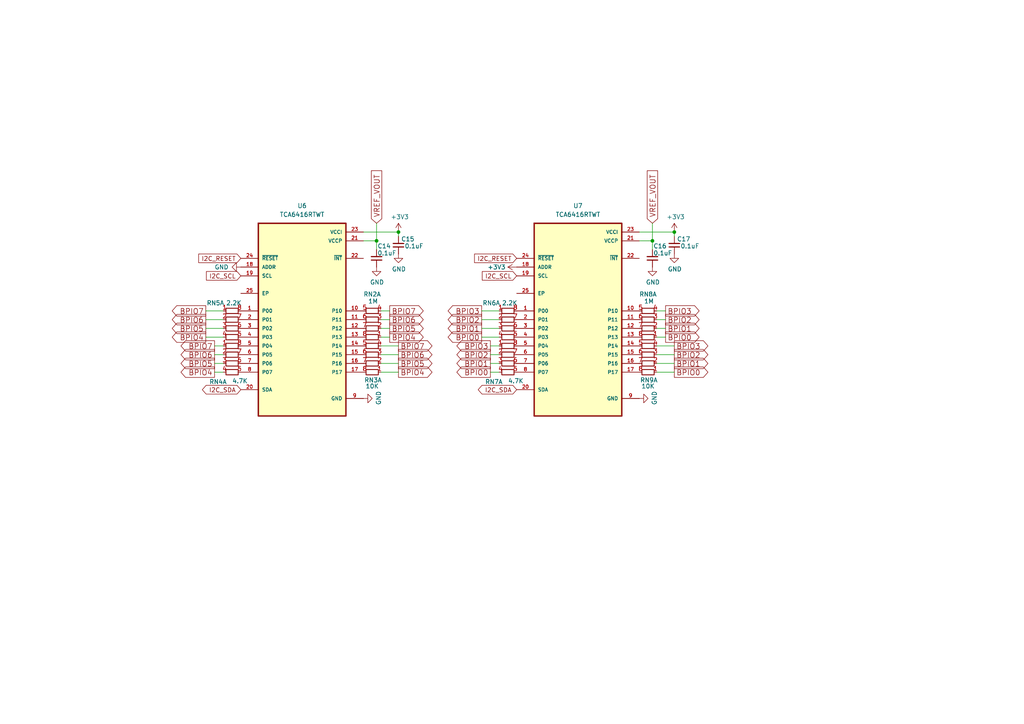
<source format=kicad_sch>
(kicad_sch
	(version 20231120)
	(generator "eeschema")
	(generator_version "8.0")
	(uuid "95f19e12-7429-4086-bf41-713f5b5df4bb")
	(paper "A4")
	(lib_symbols
		(symbol "BusPirate-5-rev10-rescue:+3.3V-power"
			(power)
			(pin_names
				(offset 0)
			)
			(exclude_from_sim no)
			(in_bom yes)
			(on_board yes)
			(property "Reference" "#PWR"
				(at 0 -3.81 0)
				(effects
					(font
						(size 1.27 1.27)
					)
					(hide yes)
				)
			)
			(property "Value" "+3.3V-power"
				(at 0 3.556 0)
				(effects
					(font
						(size 1.27 1.27)
					)
				)
			)
			(property "Footprint" ""
				(at 0 0 0)
				(effects
					(font
						(size 1.27 1.27)
					)
					(hide yes)
				)
			)
			(property "Datasheet" ""
				(at 0 0 0)
				(effects
					(font
						(size 1.27 1.27)
					)
					(hide yes)
				)
			)
			(property "Description" ""
				(at 0 0 0)
				(effects
					(font
						(size 1.27 1.27)
					)
					(hide yes)
				)
			)
			(symbol "+3.3V-power_0_1"
				(polyline
					(pts
						(xy -0.762 1.27) (xy 0 2.54)
					)
					(stroke
						(width 0)
						(type solid)
					)
					(fill
						(type none)
					)
				)
				(polyline
					(pts
						(xy 0 0) (xy 0 2.54)
					)
					(stroke
						(width 0)
						(type solid)
					)
					(fill
						(type none)
					)
				)
				(polyline
					(pts
						(xy 0 2.54) (xy 0.762 1.27)
					)
					(stroke
						(width 0)
						(type solid)
					)
					(fill
						(type none)
					)
				)
			)
			(symbol "+3.3V-power_1_1"
				(pin power_in line
					(at 0 0 90)
					(length 0) hide
					(name "+3V3"
						(effects
							(font
								(size 1.27 1.27)
							)
						)
					)
					(number "1"
						(effects
							(font
								(size 1.27 1.27)
							)
						)
					)
				)
			)
		)
		(symbol "Device:C_Small"
			(pin_numbers hide)
			(pin_names
				(offset 0.254) hide)
			(exclude_from_sim no)
			(in_bom yes)
			(on_board yes)
			(property "Reference" "C"
				(at 0.254 1.778 0)
				(effects
					(font
						(size 1.27 1.27)
					)
					(justify left)
				)
			)
			(property "Value" "C_Small"
				(at 0.254 -2.032 0)
				(effects
					(font
						(size 1.27 1.27)
					)
					(justify left)
				)
			)
			(property "Footprint" ""
				(at 0 0 0)
				(effects
					(font
						(size 1.27 1.27)
					)
					(hide yes)
				)
			)
			(property "Datasheet" "~"
				(at 0 0 0)
				(effects
					(font
						(size 1.27 1.27)
					)
					(hide yes)
				)
			)
			(property "Description" "Unpolarized capacitor, small symbol"
				(at 0 0 0)
				(effects
					(font
						(size 1.27 1.27)
					)
					(hide yes)
				)
			)
			(property "ki_keywords" "capacitor cap"
				(at 0 0 0)
				(effects
					(font
						(size 1.27 1.27)
					)
					(hide yes)
				)
			)
			(property "ki_fp_filters" "C_*"
				(at 0 0 0)
				(effects
					(font
						(size 1.27 1.27)
					)
					(hide yes)
				)
			)
			(symbol "C_Small_0_1"
				(polyline
					(pts
						(xy -1.524 -0.508) (xy 1.524 -0.508)
					)
					(stroke
						(width 0.3302)
						(type default)
					)
					(fill
						(type none)
					)
				)
				(polyline
					(pts
						(xy -1.524 0.508) (xy 1.524 0.508)
					)
					(stroke
						(width 0.3048)
						(type default)
					)
					(fill
						(type none)
					)
				)
			)
			(symbol "C_Small_1_1"
				(pin passive line
					(at 0 2.54 270)
					(length 2.032)
					(name "~"
						(effects
							(font
								(size 1.27 1.27)
							)
						)
					)
					(number "1"
						(effects
							(font
								(size 1.27 1.27)
							)
						)
					)
				)
				(pin passive line
					(at 0 -2.54 90)
					(length 2.032)
					(name "~"
						(effects
							(font
								(size 1.27 1.27)
							)
						)
					)
					(number "2"
						(effects
							(font
								(size 1.27 1.27)
							)
						)
					)
				)
			)
		)
		(symbol "TCA6416RTWT:TCA6416RTWT"
			(pin_names
				(offset 1.016)
			)
			(exclude_from_sim no)
			(in_bom yes)
			(on_board yes)
			(property "Reference" "U"
				(at -12.7 28.94 0)
				(effects
					(font
						(size 1.27 1.27)
					)
					(justify left bottom)
				)
			)
			(property "Value" "TCA6416RTWT"
				(at -12.7 -31.94 0)
				(effects
					(font
						(size 1.27 1.27)
					)
					(justify left bottom)
				)
			)
			(property "Footprint" "TCA6416RTWT:QFN50P400X400X80-25N"
				(at 0 0 0)
				(effects
					(font
						(size 1.27 1.27)
					)
					(justify bottom)
					(hide yes)
				)
			)
			(property "Datasheet" ""
				(at 0 0 0)
				(effects
					(font
						(size 1.27 1.27)
					)
					(hide yes)
				)
			)
			(property "Description" "\nLow-voltage 16-bit I2C & SMBus I/O expander with interrupt output, reset & config registers 24-WQFN -40 to 85\n"
				(at 0 0 0)
				(effects
					(font
						(size 1.27 1.27)
					)
					(justify bottom)
					(hide yes)
				)
			)
			(property "MF" "Texas Instruments"
				(at 0 0 0)
				(effects
					(font
						(size 1.27 1.27)
					)
					(justify bottom)
					(hide yes)
				)
			)
			(property "Package" "WQFN-24 Texas Instruments"
				(at 0 0 0)
				(effects
					(font
						(size 1.27 1.27)
					)
					(justify bottom)
					(hide yes)
				)
			)
			(property "Price" "None"
				(at 0 0 0)
				(effects
					(font
						(size 1.27 1.27)
					)
					(justify bottom)
					(hide yes)
				)
			)
			(property "SnapEDA_Link" "https://www.snapeda.com/parts/TCA6416RTWT/Texas+Instruments/view-part/?ref=snap"
				(at 0 0 0)
				(effects
					(font
						(size 1.27 1.27)
					)
					(justify bottom)
					(hide yes)
				)
			)
			(property "MP" "TCA6416RTWT"
				(at 0 0 0)
				(effects
					(font
						(size 1.27 1.27)
					)
					(justify bottom)
					(hide yes)
				)
			)
			(property "Availability" "In Stock"
				(at 0 0 0)
				(effects
					(font
						(size 1.27 1.27)
					)
					(justify bottom)
					(hide yes)
				)
			)
			(property "Check_prices" "https://www.snapeda.com/parts/TCA6416RTWT/Texas+Instruments/view-part/?ref=eda"
				(at 0 0 0)
				(effects
					(font
						(size 1.27 1.27)
					)
					(justify bottom)
					(hide yes)
				)
			)
			(symbol "TCA6416RTWT_0_0"
				(rectangle
					(start -12.7 -27.94)
					(end 12.7 27.94)
					(stroke
						(width 0.41)
						(type default)
					)
					(fill
						(type background)
					)
				)
				(pin bidirectional line
					(at -17.78 2.54 0)
					(length 5.08)
					(name "P00"
						(effects
							(font
								(size 1.016 1.016)
							)
						)
					)
					(number "1"
						(effects
							(font
								(size 1.016 1.016)
							)
						)
					)
				)
				(pin bidirectional line
					(at 17.78 2.54 180)
					(length 5.08)
					(name "P10"
						(effects
							(font
								(size 1.016 1.016)
							)
						)
					)
					(number "10"
						(effects
							(font
								(size 1.016 1.016)
							)
						)
					)
				)
				(pin bidirectional line
					(at 17.78 0 180)
					(length 5.08)
					(name "P11"
						(effects
							(font
								(size 1.016 1.016)
							)
						)
					)
					(number "11"
						(effects
							(font
								(size 1.016 1.016)
							)
						)
					)
				)
				(pin bidirectional line
					(at 17.78 -2.54 180)
					(length 5.08)
					(name "P12"
						(effects
							(font
								(size 1.016 1.016)
							)
						)
					)
					(number "12"
						(effects
							(font
								(size 1.016 1.016)
							)
						)
					)
				)
				(pin bidirectional line
					(at 17.78 -5.08 180)
					(length 5.08)
					(name "P13"
						(effects
							(font
								(size 1.016 1.016)
							)
						)
					)
					(number "13"
						(effects
							(font
								(size 1.016 1.016)
							)
						)
					)
				)
				(pin bidirectional line
					(at 17.78 -7.62 180)
					(length 5.08)
					(name "P14"
						(effects
							(font
								(size 1.016 1.016)
							)
						)
					)
					(number "14"
						(effects
							(font
								(size 1.016 1.016)
							)
						)
					)
				)
				(pin bidirectional line
					(at 17.78 -10.16 180)
					(length 5.08)
					(name "P15"
						(effects
							(font
								(size 1.016 1.016)
							)
						)
					)
					(number "15"
						(effects
							(font
								(size 1.016 1.016)
							)
						)
					)
				)
				(pin bidirectional line
					(at 17.78 -12.7 180)
					(length 5.08)
					(name "P16"
						(effects
							(font
								(size 1.016 1.016)
							)
						)
					)
					(number "16"
						(effects
							(font
								(size 1.016 1.016)
							)
						)
					)
				)
				(pin bidirectional line
					(at 17.78 -15.24 180)
					(length 5.08)
					(name "P17"
						(effects
							(font
								(size 1.016 1.016)
							)
						)
					)
					(number "17"
						(effects
							(font
								(size 1.016 1.016)
							)
						)
					)
				)
				(pin input line
					(at -17.78 15.24 0)
					(length 5.08)
					(name "ADDR"
						(effects
							(font
								(size 1.016 1.016)
							)
						)
					)
					(number "18"
						(effects
							(font
								(size 1.016 1.016)
							)
						)
					)
				)
				(pin input line
					(at -17.78 12.7 0)
					(length 5.08)
					(name "SCL"
						(effects
							(font
								(size 1.016 1.016)
							)
						)
					)
					(number "19"
						(effects
							(font
								(size 1.016 1.016)
							)
						)
					)
				)
				(pin bidirectional line
					(at -17.78 0 0)
					(length 5.08)
					(name "P01"
						(effects
							(font
								(size 1.016 1.016)
							)
						)
					)
					(number "2"
						(effects
							(font
								(size 1.016 1.016)
							)
						)
					)
				)
				(pin bidirectional line
					(at -17.78 -20.32 0)
					(length 5.08)
					(name "SDA"
						(effects
							(font
								(size 1.016 1.016)
							)
						)
					)
					(number "20"
						(effects
							(font
								(size 1.016 1.016)
							)
						)
					)
				)
				(pin power_in line
					(at 17.78 22.86 180)
					(length 5.08)
					(name "VCCP"
						(effects
							(font
								(size 1.016 1.016)
							)
						)
					)
					(number "21"
						(effects
							(font
								(size 1.016 1.016)
							)
						)
					)
				)
				(pin output line
					(at 17.78 17.78 180)
					(length 5.08)
					(name "~{INT}"
						(effects
							(font
								(size 1.016 1.016)
							)
						)
					)
					(number "22"
						(effects
							(font
								(size 1.016 1.016)
							)
						)
					)
				)
				(pin power_in line
					(at 17.78 25.4 180)
					(length 5.08)
					(name "VCCI"
						(effects
							(font
								(size 1.016 1.016)
							)
						)
					)
					(number "23"
						(effects
							(font
								(size 1.016 1.016)
							)
						)
					)
				)
				(pin input line
					(at -17.78 17.78 0)
					(length 5.08)
					(name "~{RESET}"
						(effects
							(font
								(size 1.016 1.016)
							)
						)
					)
					(number "24"
						(effects
							(font
								(size 1.016 1.016)
							)
						)
					)
				)
				(pin bidirectional line
					(at -17.78 7.62 0)
					(length 5.08)
					(name "EP"
						(effects
							(font
								(size 1.016 1.016)
							)
						)
					)
					(number "25"
						(effects
							(font
								(size 1.016 1.016)
							)
						)
					)
				)
				(pin bidirectional line
					(at -17.78 -2.54 0)
					(length 5.08)
					(name "P02"
						(effects
							(font
								(size 1.016 1.016)
							)
						)
					)
					(number "3"
						(effects
							(font
								(size 1.016 1.016)
							)
						)
					)
				)
				(pin bidirectional line
					(at -17.78 -5.08 0)
					(length 5.08)
					(name "P03"
						(effects
							(font
								(size 1.016 1.016)
							)
						)
					)
					(number "4"
						(effects
							(font
								(size 1.016 1.016)
							)
						)
					)
				)
				(pin bidirectional line
					(at -17.78 -7.62 0)
					(length 5.08)
					(name "P04"
						(effects
							(font
								(size 1.016 1.016)
							)
						)
					)
					(number "5"
						(effects
							(font
								(size 1.016 1.016)
							)
						)
					)
				)
				(pin bidirectional line
					(at -17.78 -10.16 0)
					(length 5.08)
					(name "P05"
						(effects
							(font
								(size 1.016 1.016)
							)
						)
					)
					(number "6"
						(effects
							(font
								(size 1.016 1.016)
							)
						)
					)
				)
				(pin bidirectional line
					(at -17.78 -12.7 0)
					(length 5.08)
					(name "P06"
						(effects
							(font
								(size 1.016 1.016)
							)
						)
					)
					(number "7"
						(effects
							(font
								(size 1.016 1.016)
							)
						)
					)
				)
				(pin bidirectional line
					(at -17.78 -15.24 0)
					(length 5.08)
					(name "P07"
						(effects
							(font
								(size 1.016 1.016)
							)
						)
					)
					(number "8"
						(effects
							(font
								(size 1.016 1.016)
							)
						)
					)
				)
				(pin power_in line
					(at 17.78 -22.86 180)
					(length 5.08)
					(name "GND"
						(effects
							(font
								(size 1.016 1.016)
							)
						)
					)
					(number "9"
						(effects
							(font
								(size 1.016 1.016)
							)
						)
					)
				)
			)
		)
		(symbol "dp-rarray:R_Array"
			(pin_names
				(offset 0) hide)
			(exclude_from_sim no)
			(in_bom yes)
			(on_board yes)
			(property "Reference" "RN"
				(at 2.286 0.762 0)
				(effects
					(font
						(size 1.27 1.27)
					)
				)
			)
			(property "Value" "R_Array"
				(at 4.572 -0.762 0)
				(effects
					(font
						(size 1.27 1.27)
					)
				)
			)
			(property "Footprint" "Resistor_SMD:R_Array_Convex_4x0402"
				(at -2.032 -1.27 90)
				(effects
					(font
						(size 1.27 1.27)
					)
					(hide yes)
				)
			)
			(property "Datasheet" "http://www.vishay.com/docs/31509/csc.pdf"
				(at 3.81 0.762 0)
				(effects
					(font
						(size 1.27 1.27)
					)
					(hide yes)
				)
			)
			(property "Description" "4 resistor network, star topology, bussed resistors, split"
				(at 0 0 0)
				(effects
					(font
						(size 1.27 1.27)
					)
					(hide yes)
				)
			)
			(property "ki_keywords" "R network star-topology"
				(at 0 0 0)
				(effects
					(font
						(size 1.27 1.27)
					)
					(hide yes)
				)
			)
			(property "ki_fp_filters" "R?Array?SIP*"
				(at 0 0 0)
				(effects
					(font
						(size 1.27 1.27)
					)
					(hide yes)
				)
			)
			(symbol "R_Array_0_1"
				(rectangle
					(start 0.762 1.778)
					(end -0.762 -1.778)
					(stroke
						(width 0.254)
						(type solid)
					)
					(fill
						(type none)
					)
				)
			)
			(symbol "R_Array_1_1"
				(pin passive line
					(at 0 2.54 270)
					(length 0.762)
					(name "R1.1"
						(effects
							(font
								(size 1.27 1.27)
							)
						)
					)
					(number "1"
						(effects
							(font
								(size 1.27 1.27)
							)
						)
					)
				)
				(pin passive line
					(at 0 -2.54 90)
					(length 0.762)
					(name "R1.8"
						(effects
							(font
								(size 1.27 1.27)
							)
						)
					)
					(number "8"
						(effects
							(font
								(size 1.27 1.27)
							)
						)
					)
				)
			)
			(symbol "R_Array_2_1"
				(pin passive line
					(at 0 2.54 270)
					(length 0.762)
					(name "R1.1"
						(effects
							(font
								(size 1.27 1.27)
							)
						)
					)
					(number "2"
						(effects
							(font
								(size 1.27 1.27)
							)
						)
					)
				)
				(pin passive line
					(at 0 -2.54 90)
					(length 0.762)
					(name "R1.8"
						(effects
							(font
								(size 1.27 1.27)
							)
						)
					)
					(number "7"
						(effects
							(font
								(size 1.27 1.27)
							)
						)
					)
				)
			)
			(symbol "R_Array_3_1"
				(pin passive line
					(at 0 2.54 270)
					(length 0.762)
					(name "R1.1"
						(effects
							(font
								(size 1.27 1.27)
							)
						)
					)
					(number "3"
						(effects
							(font
								(size 1.27 1.27)
							)
						)
					)
				)
				(pin passive line
					(at 0 -2.54 90)
					(length 0.762)
					(name "R1.8"
						(effects
							(font
								(size 1.27 1.27)
							)
						)
					)
					(number "6"
						(effects
							(font
								(size 1.27 1.27)
							)
						)
					)
				)
			)
			(symbol "R_Array_4_1"
				(pin passive line
					(at 0 2.54 270)
					(length 0.762)
					(name "R1.1"
						(effects
							(font
								(size 1.27 1.27)
							)
						)
					)
					(number "4"
						(effects
							(font
								(size 1.27 1.27)
							)
						)
					)
				)
				(pin passive line
					(at 0 -2.54 90)
					(length 0.762)
					(name "R1.8"
						(effects
							(font
								(size 1.27 1.27)
							)
						)
					)
					(number "5"
						(effects
							(font
								(size 1.27 1.27)
							)
						)
					)
				)
			)
		)
		(symbol "power:GND"
			(power)
			(pin_names
				(offset 0)
			)
			(exclude_from_sim no)
			(in_bom yes)
			(on_board yes)
			(property "Reference" "#PWR"
				(at 0 -6.35 0)
				(effects
					(font
						(size 1.27 1.27)
					)
					(hide yes)
				)
			)
			(property "Value" "GND"
				(at 0 -3.81 0)
				(effects
					(font
						(size 1.27 1.27)
					)
				)
			)
			(property "Footprint" ""
				(at 0 0 0)
				(effects
					(font
						(size 1.27 1.27)
					)
					(hide yes)
				)
			)
			(property "Datasheet" ""
				(at 0 0 0)
				(effects
					(font
						(size 1.27 1.27)
					)
					(hide yes)
				)
			)
			(property "Description" "Power symbol creates a global label with name \"GND\" , ground"
				(at 0 0 0)
				(effects
					(font
						(size 1.27 1.27)
					)
					(hide yes)
				)
			)
			(property "ki_keywords" "global power"
				(at 0 0 0)
				(effects
					(font
						(size 1.27 1.27)
					)
					(hide yes)
				)
			)
			(symbol "GND_0_1"
				(polyline
					(pts
						(xy 0 0) (xy 0 -1.27) (xy 1.27 -1.27) (xy 0 -2.54) (xy -1.27 -1.27) (xy 0 -1.27)
					)
					(stroke
						(width 0)
						(type default)
					)
					(fill
						(type none)
					)
				)
			)
			(symbol "GND_1_1"
				(pin power_in line
					(at 0 0 270)
					(length 0) hide
					(name "GND"
						(effects
							(font
								(size 1.27 1.27)
							)
						)
					)
					(number "1"
						(effects
							(font
								(size 1.27 1.27)
							)
						)
					)
				)
			)
		)
	)
	(junction
		(at 115.57 67.31)
		(diameter 0)
		(color 0 0 0 0)
		(uuid "07da173e-1712-4730-a452-445637ce3cdc")
	)
	(junction
		(at 195.58 67.31)
		(diameter 0)
		(color 0 0 0 0)
		(uuid "7bbc7fce-09b8-487a-af31-15352654f664")
	)
	(junction
		(at 189.23 69.85)
		(diameter 0)
		(color 0 0 0 0)
		(uuid "f5c4d32f-b3f4-4b94-8c98-bafc41caaabd")
	)
	(junction
		(at 109.22 69.85)
		(diameter 0)
		(color 0 0 0 0)
		(uuid "fcdbe97a-a65c-483b-a26e-61b82c0db2cc")
	)
	(wire
		(pts
			(xy 190.5 97.79) (xy 193.04 97.79)
		)
		(stroke
			(width 0)
			(type default)
		)
		(uuid "00529e75-3d9e-4a38-99d8-5ba803edc917")
	)
	(wire
		(pts
			(xy 110.49 90.17) (xy 113.03 90.17)
		)
		(stroke
			(width 0)
			(type default)
		)
		(uuid "027bf836-01e5-4876-a622-2aec8da5f088")
	)
	(wire
		(pts
			(xy 64.77 100.33) (xy 62.23 100.33)
		)
		(stroke
			(width 0)
			(type default)
		)
		(uuid "05280b61-1683-4735-b3e6-77020cd293fb")
	)
	(wire
		(pts
			(xy 144.78 107.95) (xy 142.24 107.95)
		)
		(stroke
			(width 0)
			(type default)
		)
		(uuid "091e4a59-e6f5-469a-a503-c018ae8afc66")
	)
	(wire
		(pts
			(xy 105.41 69.85) (xy 109.22 69.85)
		)
		(stroke
			(width 0)
			(type default)
		)
		(uuid "0b5820a0-d3cd-4322-b686-7c2263e138ff")
	)
	(wire
		(pts
			(xy 64.77 107.95) (xy 62.23 107.95)
		)
		(stroke
			(width 0)
			(type default)
		)
		(uuid "0c9635c8-ecf1-43aa-baf7-067eeae6832e")
	)
	(wire
		(pts
			(xy 64.77 105.41) (xy 62.23 105.41)
		)
		(stroke
			(width 0)
			(type default)
		)
		(uuid "1bcde29b-aa49-4cc1-b525-3c665274ab9a")
	)
	(wire
		(pts
			(xy 185.42 67.31) (xy 195.58 67.31)
		)
		(stroke
			(width 0)
			(type default)
		)
		(uuid "209b560f-4e86-4cf4-9f4c-95ec5effbe79")
	)
	(wire
		(pts
			(xy 110.49 105.41) (xy 115.57 105.41)
		)
		(stroke
			(width 0)
			(type default)
		)
		(uuid "2cba64c3-a4a7-4805-952b-44ae64a206f4")
	)
	(wire
		(pts
			(xy 109.22 69.85) (xy 109.22 72.39)
		)
		(stroke
			(width 0)
			(type default)
		)
		(uuid "355ada87-f058-408c-b436-766533a86270")
	)
	(wire
		(pts
			(xy 110.49 107.95) (xy 115.57 107.95)
		)
		(stroke
			(width 0)
			(type default)
		)
		(uuid "3caecb49-abb6-4e1d-9bf2-a02a0e2508c2")
	)
	(wire
		(pts
			(xy 110.49 97.79) (xy 113.03 97.79)
		)
		(stroke
			(width 0)
			(type default)
		)
		(uuid "3d5b24fc-d3b8-447a-8187-4aac7c604572")
	)
	(wire
		(pts
			(xy 144.78 95.25) (xy 139.7 95.25)
		)
		(stroke
			(width 0)
			(type default)
		)
		(uuid "48baa1d4-9a38-44dc-a602-f0de89956f07")
	)
	(wire
		(pts
			(xy 64.77 90.17) (xy 59.69 90.17)
		)
		(stroke
			(width 0)
			(type default)
		)
		(uuid "4aee127b-0594-4c1b-b1b1-7f0824513f01")
	)
	(wire
		(pts
			(xy 64.77 92.71) (xy 59.69 92.71)
		)
		(stroke
			(width 0)
			(type default)
		)
		(uuid "541b2f80-6e48-4194-9247-5d487755216d")
	)
	(wire
		(pts
			(xy 109.22 64.77) (xy 109.22 69.85)
		)
		(stroke
			(width 0)
			(type default)
		)
		(uuid "62d872ad-8a3d-4c55-8570-79126ea19010")
	)
	(wire
		(pts
			(xy 189.23 69.85) (xy 189.23 72.39)
		)
		(stroke
			(width 0)
			(type default)
		)
		(uuid "6857d242-2d1f-416c-b45b-585ce8061bde")
	)
	(wire
		(pts
			(xy 105.41 67.31) (xy 115.57 67.31)
		)
		(stroke
			(width 0)
			(type default)
		)
		(uuid "696f976f-b81c-4ad5-9966-9620da8014c6")
	)
	(wire
		(pts
			(xy 144.78 92.71) (xy 139.7 92.71)
		)
		(stroke
			(width 0)
			(type default)
		)
		(uuid "6f3f6b71-3c66-400c-b780-af8b82398be6")
	)
	(wire
		(pts
			(xy 144.78 97.79) (xy 139.7 97.79)
		)
		(stroke
			(width 0)
			(type default)
		)
		(uuid "7c43af43-3d41-4531-bcbe-549fce6046df")
	)
	(wire
		(pts
			(xy 110.49 92.71) (xy 113.03 92.71)
		)
		(stroke
			(width 0)
			(type default)
		)
		(uuid "7f813413-06d3-4dd5-96e7-cd13fc5512e7")
	)
	(wire
		(pts
			(xy 64.77 102.87) (xy 62.23 102.87)
		)
		(stroke
			(width 0)
			(type default)
		)
		(uuid "864c6bfb-55a8-477f-9895-e423f66e1e0d")
	)
	(wire
		(pts
			(xy 190.5 105.41) (xy 195.58 105.41)
		)
		(stroke
			(width 0)
			(type default)
		)
		(uuid "8fca7e7a-3da4-4786-898c-abb21ed0fbaf")
	)
	(wire
		(pts
			(xy 115.57 67.31) (xy 115.57 68.58)
		)
		(stroke
			(width 0)
			(type default)
		)
		(uuid "91cf05a2-f79f-4eb3-932b-ed11abd84f2c")
	)
	(wire
		(pts
			(xy 144.78 90.17) (xy 139.7 90.17)
		)
		(stroke
			(width 0)
			(type default)
		)
		(uuid "98e029d0-af29-4e05-b5dd-c5c1d104e163")
	)
	(wire
		(pts
			(xy 190.5 90.17) (xy 193.04 90.17)
		)
		(stroke
			(width 0)
			(type default)
		)
		(uuid "b0865b37-4cf1-41dd-9929-a6805cf01601")
	)
	(wire
		(pts
			(xy 110.49 102.87) (xy 115.57 102.87)
		)
		(stroke
			(width 0)
			(type default)
		)
		(uuid "b2cd097b-731a-4e96-8647-1b3eef3d93c8")
	)
	(wire
		(pts
			(xy 185.42 69.85) (xy 189.23 69.85)
		)
		(stroke
			(width 0)
			(type default)
		)
		(uuid "b32de5eb-699a-45d0-81d0-21754a83686d")
	)
	(wire
		(pts
			(xy 190.5 92.71) (xy 193.04 92.71)
		)
		(stroke
			(width 0)
			(type default)
		)
		(uuid "b3cb0de2-1c60-42b7-992c-8e1394fc94e0")
	)
	(wire
		(pts
			(xy 190.5 100.33) (xy 195.58 100.33)
		)
		(stroke
			(width 0)
			(type default)
		)
		(uuid "c0275ef3-c5eb-4342-b593-8d86862445fc")
	)
	(wire
		(pts
			(xy 144.78 102.87) (xy 142.24 102.87)
		)
		(stroke
			(width 0)
			(type default)
		)
		(uuid "c5793aab-9c8f-4859-8646-e9951b017094")
	)
	(wire
		(pts
			(xy 144.78 105.41) (xy 142.24 105.41)
		)
		(stroke
			(width 0)
			(type default)
		)
		(uuid "c7a5e89c-5a30-478f-aa4b-1b6d6d45230d")
	)
	(wire
		(pts
			(xy 64.77 95.25) (xy 59.69 95.25)
		)
		(stroke
			(width 0)
			(type default)
		)
		(uuid "dfe45fa5-87fd-4300-b27a-2c0312124048")
	)
	(wire
		(pts
			(xy 64.77 97.79) (xy 59.69 97.79)
		)
		(stroke
			(width 0)
			(type default)
		)
		(uuid "e059cb4f-6881-4b00-b855-afdaf5dcfc8c")
	)
	(wire
		(pts
			(xy 195.58 67.31) (xy 195.58 68.58)
		)
		(stroke
			(width 0)
			(type default)
		)
		(uuid "e2817662-1e09-4bd8-a86b-290d553e9955")
	)
	(wire
		(pts
			(xy 190.5 107.95) (xy 195.58 107.95)
		)
		(stroke
			(width 0)
			(type default)
		)
		(uuid "e561b214-5d1c-4ab9-a4ca-e8cd64bd24d8")
	)
	(wire
		(pts
			(xy 189.23 64.77) (xy 189.23 69.85)
		)
		(stroke
			(width 0)
			(type default)
		)
		(uuid "e83c4976-3c11-4993-9346-af2218b8ffaf")
	)
	(wire
		(pts
			(xy 110.49 95.25) (xy 113.03 95.25)
		)
		(stroke
			(width 0)
			(type default)
		)
		(uuid "ebfb8d6f-2bc7-40ef-92cc-41bf0bbca52d")
	)
	(wire
		(pts
			(xy 144.78 100.33) (xy 142.24 100.33)
		)
		(stroke
			(width 0)
			(type default)
		)
		(uuid "f0972b41-61b5-4f26-b60d-81325a9207c9")
	)
	(wire
		(pts
			(xy 190.5 95.25) (xy 193.04 95.25)
		)
		(stroke
			(width 0)
			(type default)
		)
		(uuid "f13fdbb8-ebfd-4cff-aac3-0af0b73010c1")
	)
	(wire
		(pts
			(xy 190.5 102.87) (xy 195.58 102.87)
		)
		(stroke
			(width 0)
			(type default)
		)
		(uuid "f769c3d8-11d0-4df1-918a-2fed7101dce6")
	)
	(wire
		(pts
			(xy 110.49 100.33) (xy 115.57 100.33)
		)
		(stroke
			(width 0)
			(type default)
		)
		(uuid "ff713028-e8e0-4706-80a5-c4682b0e1c2a")
	)
	(global_label "BPIO3"
		(shape output)
		(at 139.7 90.17 180)
		(effects
			(font
				(size 1.524 1.524)
			)
			(justify right)
		)
		(uuid "0659cef3-b485-490e-a789-e2f781f602dc")
		(property "Intersheetrefs" "${INTERSHEET_REFS}"
			(at 139.7 90.17 0)
			(effects
				(font
					(size 1.27 1.27)
				)
				(hide yes)
			)
		)
	)
	(global_label "BPIO7"
		(shape output)
		(at 62.23 100.33 180)
		(effects
			(font
				(size 1.524 1.524)
			)
			(justify right)
		)
		(uuid "07f7b482-a4ea-42db-bfac-47b39e6d036e")
		(property "Intersheetrefs" "${INTERSHEET_REFS}"
			(at 62.23 100.33 0)
			(effects
				(font
					(size 1.27 1.27)
				)
				(hide yes)
			)
		)
	)
	(global_label "BPIO5"
		(shape output)
		(at 62.23 105.41 180)
		(effects
			(font
				(size 1.524 1.524)
			)
			(justify right)
		)
		(uuid "0a2dcaec-0d9a-4a94-8efe-06297f8613cc")
		(property "Intersheetrefs" "${INTERSHEET_REFS}"
			(at 62.23 105.41 0)
			(effects
				(font
					(size 1.27 1.27)
				)
				(hide yes)
			)
		)
	)
	(global_label "BPIO5"
		(shape output)
		(at 113.03 95.25 0)
		(effects
			(font
				(size 1.524 1.524)
			)
			(justify left)
		)
		(uuid "0cb4379b-5926-4bb3-9fb1-e2a90bf943f9")
		(property "Intersheetrefs" "${INTERSHEET_REFS}"
			(at 113.03 95.25 0)
			(effects
				(font
					(size 1.27 1.27)
				)
				(hide yes)
			)
		)
	)
	(global_label "I2C_SCL"
		(shape input)
		(at 69.85 80.01 180)
		(fields_autoplaced yes)
		(effects
			(font
				(size 1.27 1.27)
			)
			(justify right)
		)
		(uuid "16b7649a-6fa8-40e7-a1ea-fae2a2caf655")
		(property "Intersheetrefs" "${INTERSHEET_REFS}"
			(at 59.9595 80.01 0)
			(effects
				(font
					(size 1.27 1.27)
				)
				(justify right)
				(hide yes)
			)
		)
	)
	(global_label "BPIO0"
		(shape output)
		(at 193.04 97.79 0)
		(effects
			(font
				(size 1.524 1.524)
			)
			(justify left)
		)
		(uuid "17695b73-1860-4aba-b80f-8fa5339c209e")
		(property "Intersheetrefs" "${INTERSHEET_REFS}"
			(at 193.04 97.79 0)
			(effects
				(font
					(size 1.27 1.27)
				)
				(hide yes)
			)
		)
	)
	(global_label "BPIO0"
		(shape output)
		(at 142.24 107.95 180)
		(effects
			(font
				(size 1.524 1.524)
			)
			(justify right)
		)
		(uuid "1983506f-db1c-4825-8c0b-c557d689394c")
		(property "Intersheetrefs" "${INTERSHEET_REFS}"
			(at 142.24 107.95 0)
			(effects
				(font
					(size 1.27 1.27)
				)
				(hide yes)
			)
		)
	)
	(global_label "BPIO4"
		(shape output)
		(at 59.69 97.79 180)
		(effects
			(font
				(size 1.524 1.524)
			)
			(justify right)
		)
		(uuid "23bb6908-e19c-4a7e-a8d7-07cb6acd873d")
		(property "Intersheetrefs" "${INTERSHEET_REFS}"
			(at 59.69 97.79 0)
			(effects
				(font
					(size 1.27 1.27)
				)
				(hide yes)
			)
		)
	)
	(global_label "I2C_RESET"
		(shape input)
		(at 69.85 74.93 180)
		(fields_autoplaced yes)
		(effects
			(font
				(size 1.27 1.27)
			)
			(justify right)
		)
		(uuid "25f41940-6f89-482a-bbb9-1129acd70a6d")
		(property "Intersheetrefs" "${INTERSHEET_REFS}"
			(at 57.722 74.93 0)
			(effects
				(font
					(size 1.27 1.27)
				)
				(justify right)
				(hide yes)
			)
		)
	)
	(global_label "BPIO4"
		(shape output)
		(at 115.57 107.95 0)
		(effects
			(font
				(size 1.524 1.524)
			)
			(justify left)
		)
		(uuid "2cd81f94-8acb-4c52-950d-87263b5af936")
		(property "Intersheetrefs" "${INTERSHEET_REFS}"
			(at 115.57 107.95 0)
			(effects
				(font
					(size 1.27 1.27)
				)
				(hide yes)
			)
		)
	)
	(global_label "BPIO6"
		(shape output)
		(at 62.23 102.87 180)
		(effects
			(font
				(size 1.524 1.524)
			)
			(justify right)
		)
		(uuid "334020bc-8b24-472d-bc82-9d8c23d4f014")
		(property "Intersheetrefs" "${INTERSHEET_REFS}"
			(at 62.23 102.87 0)
			(effects
				(font
					(size 1.27 1.27)
				)
				(hide yes)
			)
		)
	)
	(global_label "BPIO5"
		(shape output)
		(at 59.69 95.25 180)
		(effects
			(font
				(size 1.524 1.524)
			)
			(justify right)
		)
		(uuid "336fc12e-cab2-44cd-aedc-717cb87e6358")
		(property "Intersheetrefs" "${INTERSHEET_REFS}"
			(at 59.69 95.25 0)
			(effects
				(font
					(size 1.27 1.27)
				)
				(hide yes)
			)
		)
	)
	(global_label "BPIO6"
		(shape output)
		(at 113.03 92.71 0)
		(effects
			(font
				(size 1.524 1.524)
			)
			(justify left)
		)
		(uuid "37a77e6e-64c6-43cc-a96f-4f7e8802f2d9")
		(property "Intersheetrefs" "${INTERSHEET_REFS}"
			(at 113.03 92.71 0)
			(effects
				(font
					(size 1.27 1.27)
				)
				(hide yes)
			)
		)
	)
	(global_label "BPIO3"
		(shape output)
		(at 195.58 100.33 0)
		(effects
			(font
				(size 1.524 1.524)
			)
			(justify left)
		)
		(uuid "38e8e2fa-8ffa-439d-ace5-e1ddae2e69c5")
		(property "Intersheetrefs" "${INTERSHEET_REFS}"
			(at 195.58 100.33 0)
			(effects
				(font
					(size 1.27 1.27)
				)
				(hide yes)
			)
		)
	)
	(global_label "BPIO1"
		(shape output)
		(at 195.58 105.41 0)
		(effects
			(font
				(size 1.524 1.524)
			)
			(justify left)
		)
		(uuid "3a83c2b7-12c8-47e0-ad35-3ec97628b497")
		(property "Intersheetrefs" "${INTERSHEET_REFS}"
			(at 195.58 105.41 0)
			(effects
				(font
					(size 1.27 1.27)
				)
				(hide yes)
			)
		)
	)
	(global_label "I2C_SDA"
		(shape bidirectional)
		(at 69.85 113.03 180)
		(fields_autoplaced yes)
		(effects
			(font
				(size 1.27 1.27)
			)
			(justify right)
		)
		(uuid "445006f5-62c3-4b3c-95c4-52407f70a6d3")
		(property "Intersheetrefs" "${INTERSHEET_REFS}"
			(at 58.9465 113.03 0)
			(effects
				(font
					(size 1.27 1.27)
				)
				(justify right)
				(hide yes)
			)
		)
	)
	(global_label "BPIO7"
		(shape output)
		(at 113.03 90.17 0)
		(effects
			(font
				(size 1.524 1.524)
			)
			(justify left)
		)
		(uuid "4bb3cffa-dee0-4b50-a756-f3ff80c2de9a")
		(property "Intersheetrefs" "${INTERSHEET_REFS}"
			(at 113.03 90.17 0)
			(effects
				(font
					(size 1.27 1.27)
				)
				(hide yes)
			)
		)
	)
	(global_label "VREF_VOUT"
		(shape input)
		(at 109.22 64.77 90)
		(effects
			(font
				(size 1.524 1.524)
			)
			(justify left)
		)
		(uuid "4e56569a-a152-4e88-a35f-b06e4b2cb1d4")
		(property "Intersheetrefs" "${INTERSHEET_REFS}"
			(at 109.22 64.77 0)
			(effects
				(font
					(size 1.27 1.27)
				)
				(hide yes)
			)
		)
	)
	(global_label "BPIO7"
		(shape output)
		(at 115.57 100.33 0)
		(effects
			(font
				(size 1.524 1.524)
			)
			(justify left)
		)
		(uuid "51f15b21-d186-42f2-9429-8788ab86d98f")
		(property "Intersheetrefs" "${INTERSHEET_REFS}"
			(at 115.57 100.33 0)
			(effects
				(font
					(size 1.27 1.27)
				)
				(hide yes)
			)
		)
	)
	(global_label "I2C_RESET"
		(shape input)
		(at 149.86 74.93 180)
		(fields_autoplaced yes)
		(effects
			(font
				(size 1.27 1.27)
			)
			(justify right)
		)
		(uuid "5261e625-11c2-4106-9636-be1a05ec1736")
		(property "Intersheetrefs" "${INTERSHEET_REFS}"
			(at 137.732 74.93 0)
			(effects
				(font
					(size 1.27 1.27)
				)
				(justify right)
				(hide yes)
			)
		)
	)
	(global_label "BPIO0"
		(shape output)
		(at 139.7 97.79 180)
		(effects
			(font
				(size 1.524 1.524)
			)
			(justify right)
		)
		(uuid "6466318b-4132-4c35-92e8-3f5f7ba6022a")
		(property "Intersheetrefs" "${INTERSHEET_REFS}"
			(at 139.7 97.79 0)
			(effects
				(font
					(size 1.27 1.27)
				)
				(hide yes)
			)
		)
	)
	(global_label "BPIO1"
		(shape output)
		(at 193.04 95.25 0)
		(effects
			(font
				(size 1.524 1.524)
			)
			(justify left)
		)
		(uuid "64b8270d-e3cb-4c5b-849d-4b22502ad9e8")
		(property "Intersheetrefs" "${INTERSHEET_REFS}"
			(at 193.04 95.25 0)
			(effects
				(font
					(size 1.27 1.27)
				)
				(hide yes)
			)
		)
	)
	(global_label "BPIO1"
		(shape output)
		(at 142.24 105.41 180)
		(effects
			(font
				(size 1.524 1.524)
			)
			(justify right)
		)
		(uuid "67ac6071-991b-4edd-ac6f-453a2841f46e")
		(property "Intersheetrefs" "${INTERSHEET_REFS}"
			(at 142.24 105.41 0)
			(effects
				(font
					(size 1.27 1.27)
				)
				(hide yes)
			)
		)
	)
	(global_label "BPIO4"
		(shape output)
		(at 62.23 107.95 180)
		(effects
			(font
				(size 1.524 1.524)
			)
			(justify right)
		)
		(uuid "6f8d11fc-d658-4410-9d81-e156c1308fac")
		(property "Intersheetrefs" "${INTERSHEET_REFS}"
			(at 62.23 107.95 0)
			(effects
				(font
					(size 1.27 1.27)
				)
				(hide yes)
			)
		)
	)
	(global_label "BPIO2"
		(shape output)
		(at 193.04 92.71 0)
		(effects
			(font
				(size 1.524 1.524)
			)
			(justify left)
		)
		(uuid "7092d7de-eda3-4e64-8c23-0452cf5af2d7")
		(property "Intersheetrefs" "${INTERSHEET_REFS}"
			(at 193.04 92.71 0)
			(effects
				(font
					(size 1.27 1.27)
				)
				(hide yes)
			)
		)
	)
	(global_label "BPIO3"
		(shape output)
		(at 193.04 90.17 0)
		(effects
			(font
				(size 1.524 1.524)
			)
			(justify left)
		)
		(uuid "73c8a71d-96bc-423f-8601-e58e9851a682")
		(property "Intersheetrefs" "${INTERSHEET_REFS}"
			(at 193.04 90.17 0)
			(effects
				(font
					(size 1.27 1.27)
				)
				(hide yes)
			)
		)
	)
	(global_label "BPIO2"
		(shape output)
		(at 139.7 92.71 180)
		(effects
			(font
				(size 1.524 1.524)
			)
			(justify right)
		)
		(uuid "86e04f15-5a86-49a8-8b35-acb7ea06af2c")
		(property "Intersheetrefs" "${INTERSHEET_REFS}"
			(at 139.7 92.71 0)
			(effects
				(font
					(size 1.27 1.27)
				)
				(hide yes)
			)
		)
	)
	(global_label "BPIO0"
		(shape output)
		(at 195.58 107.95 0)
		(effects
			(font
				(size 1.524 1.524)
			)
			(justify left)
		)
		(uuid "8eeb94c1-4ae3-4623-afee-69675ea5977f")
		(property "Intersheetrefs" "${INTERSHEET_REFS}"
			(at 195.58 107.95 0)
			(effects
				(font
					(size 1.27 1.27)
				)
				(hide yes)
			)
		)
	)
	(global_label "BPIO7"
		(shape output)
		(at 59.69 90.17 180)
		(effects
			(font
				(size 1.524 1.524)
			)
			(justify right)
		)
		(uuid "9372e54f-f237-40c1-b22e-0d845bec3a8d")
		(property "Intersheetrefs" "${INTERSHEET_REFS}"
			(at 59.69 90.17 0)
			(effects
				(font
					(size 1.27 1.27)
				)
				(hide yes)
			)
		)
	)
	(global_label "BPIO3"
		(shape output)
		(at 142.24 100.33 180)
		(effects
			(font
				(size 1.524 1.524)
			)
			(justify right)
		)
		(uuid "a5ce9fc2-281f-4100-ad60-80d963978701")
		(property "Intersheetrefs" "${INTERSHEET_REFS}"
			(at 142.24 100.33 0)
			(effects
				(font
					(size 1.27 1.27)
				)
				(hide yes)
			)
		)
	)
	(global_label "BPIO5"
		(shape output)
		(at 115.57 105.41 0)
		(effects
			(font
				(size 1.524 1.524)
			)
			(justify left)
		)
		(uuid "ca2605be-3821-49ee-870b-f5bb76af8a45")
		(property "Intersheetrefs" "${INTERSHEET_REFS}"
			(at 115.57 105.41 0)
			(effects
				(font
					(size 1.27 1.27)
				)
				(hide yes)
			)
		)
	)
	(global_label "I2C_SCL"
		(shape input)
		(at 149.86 80.01 180)
		(fields_autoplaced yes)
		(effects
			(font
				(size 1.27 1.27)
			)
			(justify right)
		)
		(uuid "ca32c18d-91ce-400a-9593-4ecca58debba")
		(property "Intersheetrefs" "${INTERSHEET_REFS}"
			(at 139.9695 80.01 0)
			(effects
				(font
					(size 1.27 1.27)
				)
				(justify right)
				(hide yes)
			)
		)
	)
	(global_label "BPIO6"
		(shape output)
		(at 59.69 92.71 180)
		(effects
			(font
				(size 1.524 1.524)
			)
			(justify right)
		)
		(uuid "d8267ff3-7ac6-425d-b670-2acc50846802")
		(property "Intersheetrefs" "${INTERSHEET_REFS}"
			(at 59.69 92.71 0)
			(effects
				(font
					(size 1.27 1.27)
				)
				(hide yes)
			)
		)
	)
	(global_label "I2C_SDA"
		(shape bidirectional)
		(at 149.86 113.03 180)
		(fields_autoplaced yes)
		(effects
			(font
				(size 1.27 1.27)
			)
			(justify right)
		)
		(uuid "d98c75e6-a9e4-4628-b949-b70436674bc1")
		(property "Intersheetrefs" "${INTERSHEET_REFS}"
			(at 138.9565 113.03 0)
			(effects
				(font
					(size 1.27 1.27)
				)
				(justify right)
				(hide yes)
			)
		)
	)
	(global_label "VREF_VOUT"
		(shape input)
		(at 189.23 64.77 90)
		(effects
			(font
				(size 1.524 1.524)
			)
			(justify left)
		)
		(uuid "e61bbfd5-7599-492f-a502-9ef98b2009bd")
		(property "Intersheetrefs" "${INTERSHEET_REFS}"
			(at 189.23 64.77 0)
			(effects
				(font
					(size 1.27 1.27)
				)
				(hide yes)
			)
		)
	)
	(global_label "BPIO4"
		(shape output)
		(at 113.03 97.79 0)
		(effects
			(font
				(size 1.524 1.524)
			)
			(justify left)
		)
		(uuid "e6e98eba-7dfe-44ad-baeb-e8624fafc794")
		(property "Intersheetrefs" "${INTERSHEET_REFS}"
			(at 113.03 97.79 0)
			(effects
				(font
					(size 1.27 1.27)
				)
				(hide yes)
			)
		)
	)
	(global_label "BPIO2"
		(shape output)
		(at 195.58 102.87 0)
		(effects
			(font
				(size 1.524 1.524)
			)
			(justify left)
		)
		(uuid "e92837a3-3ea8-4b8a-8611-9c93b265330c")
		(property "Intersheetrefs" "${INTERSHEET_REFS}"
			(at 195.58 102.87 0)
			(effects
				(font
					(size 1.27 1.27)
				)
				(hide yes)
			)
		)
	)
	(global_label "BPIO2"
		(shape output)
		(at 142.24 102.87 180)
		(effects
			(font
				(size 1.524 1.524)
			)
			(justify right)
		)
		(uuid "e9c40549-b772-4dd1-a283-ed60c9a7f0e1")
		(property "Intersheetrefs" "${INTERSHEET_REFS}"
			(at 142.24 102.87 0)
			(effects
				(font
					(size 1.27 1.27)
				)
				(hide yes)
			)
		)
	)
	(global_label "BPIO1"
		(shape output)
		(at 139.7 95.25 180)
		(effects
			(font
				(size 1.524 1.524)
			)
			(justify right)
		)
		(uuid "eae1da06-bd6b-48b0-85b9-063288914a21")
		(property "Intersheetrefs" "${INTERSHEET_REFS}"
			(at 139.7 95.25 0)
			(effects
				(font
					(size 1.27 1.27)
				)
				(hide yes)
			)
		)
	)
	(global_label "BPIO6"
		(shape output)
		(at 115.57 102.87 0)
		(effects
			(font
				(size 1.524 1.524)
			)
			(justify left)
		)
		(uuid "f0c29ff9-7b1c-4e2b-90c1-6c26498083c2")
		(property "Intersheetrefs" "${INTERSHEET_REFS}"
			(at 115.57 102.87 0)
			(effects
				(font
					(size 1.27 1.27)
				)
				(hide yes)
			)
		)
	)
	(symbol
		(lib_id "dp-rarray:R_Array")
		(at 67.31 95.25 90)
		(unit 3)
		(exclude_from_sim no)
		(in_bom yes)
		(on_board yes)
		(dnp no)
		(uuid "12998a72-3317-4592-994d-e966187ccda6")
		(property "Reference" "RN5"
			(at 66.04 99.06 90)
			(effects
				(font
					(size 1.27 1.27)
				)
				(hide yes)
			)
		)
		(property "Value" "2.2K"
			(at 58.42 99.06 90)
			(effects
				(font
					(size 1.27 1.27)
				)
				(hide yes)
			)
		)
		(property "Footprint" "Resistor_SMD:R_Array_Convex_4x0402"
			(at 68.58 97.282 90)
			(effects
				(font
					(size 1.27 1.27)
				)
				(hide yes)
			)
		)
		(property "Datasheet" "http://www.vishay.com/docs/31509/csc.pdf"
			(at 66.548 91.44 0)
			(effects
				(font
					(size 1.27 1.27)
				)
				(hide yes)
			)
		)
		(property "Description" ""
			(at 67.31 95.25 0)
			(effects
				(font
					(size 1.27 1.27)
				)
				(hide yes)
			)
		)
		(property "RMB" "0.034572"
			(at 67.31 95.25 0)
			(effects
				(font
					(size 1.27 1.27)
				)
				(hide yes)
			)
		)
		(property "Supplier" "https://item.szlcsc.com/45893.html"
			(at 67.31 95.25 0)
			(effects
				(font
					(size 1.27 1.27)
				)
				(hide yes)
			)
		)
		(pin "1"
			(uuid "76b9afda-cf2b-49d2-8610-76a816472569")
		)
		(pin "8"
			(uuid "371d55ef-4ec2-4393-a466-fa316f441a42")
		)
		(pin "2"
			(uuid "1f50e76d-fbdb-4a27-bb15-b2953f37047b")
		)
		(pin "7"
			(uuid "89b55bea-b6e6-4037-889e-49f63844d737")
		)
		(pin "3"
			(uuid "550f0e33-6ab3-42c8-a88a-d00924fcc8b8")
		)
		(pin "6"
			(uuid "482e0b34-9c46-4d9a-9e6b-469464818abe")
		)
		(pin "4"
			(uuid "c40bf02d-ef3b-489f-92ea-886c332ff6ad")
		)
		(pin "5"
			(uuid "da375aca-b827-4e75-af00-66133957abf7")
		)
		(instances
			(project "7-REV0"
				(path "/1f56410a-eaac-4444-b0f7-cfd3531e22ac/70d89944-cef2-4c07-9520-6c47f8613415"
					(reference "RN5")
					(unit 3)
				)
			)
		)
	)
	(symbol
		(lib_id "dp-rarray:R_Array")
		(at 147.32 100.33 90)
		(unit 1)
		(exclude_from_sim no)
		(in_bom yes)
		(on_board yes)
		(dnp no)
		(uuid "16132416-daca-4bb3-bee9-33ade13e0710")
		(property "Reference" "RN7"
			(at 143.256 110.744 90)
			(effects
				(font
					(size 1.27 1.27)
				)
			)
		)
		(property "Value" "4.7K"
			(at 140.97 96.52 90)
			(effects
				(font
					(size 1.27 1.27)
				)
				(hide yes)
			)
		)
		(property "Footprint" "Resistor_SMD:R_Array_Convex_4x0402"
			(at 148.59 102.362 90)
			(effects
				(font
					(size 1.27 1.27)
				)
				(hide yes)
			)
		)
		(property "Datasheet" "http://www.vishay.com/docs/31509/csc.pdf"
			(at 146.558 96.52 0)
			(effects
				(font
					(size 1.27 1.27)
				)
				(hide yes)
			)
		)
		(property "Description" ""
			(at 147.32 100.33 0)
			(effects
				(font
					(size 1.27 1.27)
				)
				(hide yes)
			)
		)
		(property "RMB" "0.034572"
			(at 147.32 100.33 0)
			(effects
				(font
					(size 1.27 1.27)
				)
				(hide yes)
			)
		)
		(property "Supplier" "https://item.szlcsc.com/45893.html"
			(at 147.32 100.33 0)
			(effects
				(font
					(size 1.27 1.27)
				)
				(hide yes)
			)
		)
		(pin "1"
			(uuid "ef223f91-7db7-4e97-abc6-7aa53a7480e0")
		)
		(pin "8"
			(uuid "34391e4d-7e14-427d-98c5-b8f4a328bf34")
		)
		(pin "2"
			(uuid "26066413-8494-436f-b3db-79eec8ee249b")
		)
		(pin "7"
			(uuid "67bfb32f-542c-482d-9c65-e6f047a5a156")
		)
		(pin "3"
			(uuid "e3b5a879-30ac-4919-bbac-e40ead42f871")
		)
		(pin "6"
			(uuid "2614c50f-787a-4ef7-b181-6de74e98aae7")
		)
		(pin "4"
			(uuid "2ea74b8a-a74d-4a90-8812-89b32d7d70d6")
		)
		(pin "5"
			(uuid "4981fb83-fa03-4a89-9e72-5217a0abc47b")
		)
		(instances
			(project "7-REV0"
				(path "/1f56410a-eaac-4444-b0f7-cfd3531e22ac/70d89944-cef2-4c07-9520-6c47f8613415"
					(reference "RN7")
					(unit 1)
				)
			)
		)
	)
	(symbol
		(lib_id "dp-rarray:R_Array")
		(at 107.95 95.25 270)
		(unit 2)
		(exclude_from_sim no)
		(in_bom yes)
		(on_board yes)
		(dnp no)
		(uuid "2330c45e-7493-4133-a6c5-ad0c8278f08e")
		(property "Reference" "RN2"
			(at 115.57 82.55 90)
			(effects
				(font
					(size 1.27 1.27)
				)
				(hide yes)
			)
		)
		(property "Value" "1M"
			(at 123.19 82.55 90)
			(effects
				(font
					(size 1.27 1.27)
				)
				(hide yes)
			)
		)
		(property "Footprint" "Resistor_SMD:R_Array_Convex_4x0402"
			(at 106.68 93.218 90)
			(effects
				(font
					(size 1.27 1.27)
				)
				(hide yes)
			)
		)
		(property "Datasheet" "http://www.vishay.com/docs/31509/csc.pdf"
			(at 108.712 99.06 0)
			(effects
				(font
					(size 1.27 1.27)
				)
				(hide yes)
			)
		)
		(property "Description" ""
			(at 107.95 95.25 0)
			(effects
				(font
					(size 1.27 1.27)
				)
				(hide yes)
			)
		)
		(property "RMB" "0.034572"
			(at 107.95 95.25 0)
			(effects
				(font
					(size 1.27 1.27)
				)
				(hide yes)
			)
		)
		(property "Supplier" "https://item.szlcsc.com/45893.html"
			(at 107.95 95.25 0)
			(effects
				(font
					(size 1.27 1.27)
				)
				(hide yes)
			)
		)
		(pin "1"
			(uuid "1fb06956-dc11-4e79-bd67-652a6fde18a7")
		)
		(pin "8"
			(uuid "b68ba4a2-6701-4393-b23d-17ef2a8ca7fd")
		)
		(pin "2"
			(uuid "fc5ca3cc-f281-4c98-8881-b5dbab5da517")
		)
		(pin "7"
			(uuid "d44fe61d-8d64-4c9f-9eaf-16d1c09cffa7")
		)
		(pin "3"
			(uuid "5582fe56-966c-42df-b076-60deccad94f7")
		)
		(pin "6"
			(uuid "f6989316-77e2-4fbc-a7a7-4e8af59e5320")
		)
		(pin "4"
			(uuid "2c9edf16-4c74-4632-beb5-0c44b1708dd7")
		)
		(pin "5"
			(uuid "388c9679-6f92-47d9-b2a0-c8cedbea3eff")
		)
		(instances
			(project "7-REV0"
				(path "/1f56410a-eaac-4444-b0f7-cfd3531e22ac/70d89944-cef2-4c07-9520-6c47f8613415"
					(reference "RN2")
					(unit 2)
				)
			)
		)
	)
	(symbol
		(lib_id "power:GND")
		(at 69.85 77.47 270)
		(unit 1)
		(exclude_from_sim no)
		(in_bom yes)
		(on_board yes)
		(dnp no)
		(uuid "2d04dd2f-cfed-4ab7-bca7-bbfc814c3c8a")
		(property "Reference" "#PWR057"
			(at 63.5 77.47 0)
			(effects
				(font
					(size 1.27 1.27)
				)
				(hide yes)
			)
		)
		(property "Value" "GND"
			(at 64.262 77.47 90)
			(effects
				(font
					(size 1.27 1.27)
				)
			)
		)
		(property "Footprint" ""
			(at 69.85 77.47 0)
			(effects
				(font
					(size 1.27 1.27)
				)
				(hide yes)
			)
		)
		(property "Datasheet" ""
			(at 69.85 77.47 0)
			(effects
				(font
					(size 1.27 1.27)
				)
				(hide yes)
			)
		)
		(property "Description" ""
			(at 69.85 77.47 0)
			(effects
				(font
					(size 1.27 1.27)
				)
				(hide yes)
			)
		)
		(pin "1"
			(uuid "6b2554d0-df48-44dd-8d79-41ea58e6cdb1")
		)
		(instances
			(project "7-REV0"
				(path "/1f56410a-eaac-4444-b0f7-cfd3531e22ac/70d89944-cef2-4c07-9520-6c47f8613415"
					(reference "#PWR057")
					(unit 1)
				)
			)
		)
	)
	(symbol
		(lib_id "dp-rarray:R_Array")
		(at 107.95 102.87 270)
		(unit 3)
		(exclude_from_sim no)
		(in_bom yes)
		(on_board yes)
		(dnp no)
		(uuid "38cc6a13-1300-4fbf-ad5f-d05967d88e91")
		(property "Reference" "RN3"
			(at 109.22 99.06 90)
			(effects
				(font
					(size 1.27 1.27)
				)
				(hide yes)
			)
		)
		(property "Value" "10K"
			(at 116.84 99.06 90)
			(effects
				(font
					(size 1.27 1.27)
				)
				(hide yes)
			)
		)
		(property "Footprint" "Resistor_SMD:R_Array_Convex_4x0402"
			(at 106.68 100.838 90)
			(effects
				(font
					(size 1.27 1.27)
				)
				(hide yes)
			)
		)
		(property "Datasheet" "http://www.vishay.com/docs/31509/csc.pdf"
			(at 108.712 106.68 0)
			(effects
				(font
					(size 1.27 1.27)
				)
				(hide yes)
			)
		)
		(property "Description" ""
			(at 107.95 102.87 0)
			(effects
				(font
					(size 1.27 1.27)
				)
				(hide yes)
			)
		)
		(property "RMB" "0.034572"
			(at 107.95 102.87 0)
			(effects
				(font
					(size 1.27 1.27)
				)
				(hide yes)
			)
		)
		(property "Supplier" "https://item.szlcsc.com/45893.html"
			(at 107.95 102.87 0)
			(effects
				(font
					(size 1.27 1.27)
				)
				(hide yes)
			)
		)
		(pin "1"
			(uuid "76b9afda-cf2b-49d2-8610-76a81647256a")
		)
		(pin "8"
			(uuid "371d55ef-4ec2-4393-a466-fa316f441a43")
		)
		(pin "2"
			(uuid "1f50e76d-fbdb-4a27-bb15-b2953f37047c")
		)
		(pin "7"
			(uuid "89b55bea-b6e6-4037-889e-49f63844d738")
		)
		(pin "3"
			(uuid "421ff806-9d01-4cf0-ba16-6b483228c85b")
		)
		(pin "6"
			(uuid "3eba4fad-2a8c-496a-81ff-c404d6348df3")
		)
		(pin "4"
			(uuid "c40bf02d-ef3b-489f-92ea-886c332ff6ae")
		)
		(pin "5"
			(uuid "da375aca-b827-4e75-af00-66133957abf8")
		)
		(instances
			(project "7-REV0"
				(path "/1f56410a-eaac-4444-b0f7-cfd3531e22ac/70d89944-cef2-4c07-9520-6c47f8613415"
					(reference "RN3")
					(unit 3)
				)
			)
		)
	)
	(symbol
		(lib_id "dp-rarray:R_Array")
		(at 187.96 92.71 270)
		(unit 3)
		(exclude_from_sim no)
		(in_bom yes)
		(on_board yes)
		(dnp no)
		(uuid "38e9bd96-b08c-4071-9b5a-abd526906544")
		(property "Reference" "RN8"
			(at 195.58 80.01 90)
			(effects
				(font
					(size 1.27 1.27)
				)
				(hide yes)
			)
		)
		(property "Value" "1M"
			(at 203.2 80.01 90)
			(effects
				(font
					(size 1.27 1.27)
				)
				(hide yes)
			)
		)
		(property "Footprint" "Resistor_SMD:R_Array_Convex_4x0402"
			(at 186.69 90.678 90)
			(effects
				(font
					(size 1.27 1.27)
				)
				(hide yes)
			)
		)
		(property "Datasheet" "http://www.vishay.com/docs/31509/csc.pdf"
			(at 188.722 96.52 0)
			(effects
				(font
					(size 1.27 1.27)
				)
				(hide yes)
			)
		)
		(property "Description" ""
			(at 187.96 92.71 0)
			(effects
				(font
					(size 1.27 1.27)
				)
				(hide yes)
			)
		)
		(property "RMB" "0.034572"
			(at 187.96 92.71 0)
			(effects
				(font
					(size 1.27 1.27)
				)
				(hide yes)
			)
		)
		(property "Supplier" "https://item.szlcsc.com/45893.html"
			(at 187.96 92.71 0)
			(effects
				(font
					(size 1.27 1.27)
				)
				(hide yes)
			)
		)
		(pin "1"
			(uuid "789f10f1-120a-4db4-ac08-a808098ae6ef")
		)
		(pin "8"
			(uuid "80c64e57-16ad-4370-bdb9-8fbee1c07554")
		)
		(pin "2"
			(uuid "f0d6fa59-1040-4425-98a1-c272da96541d")
		)
		(pin "7"
			(uuid "2d8ce2a3-da3a-40f2-ab7b-a280720b517e")
		)
		(pin "3"
			(uuid "eb340caa-e8ee-42cc-8265-16e90dd03a1e")
		)
		(pin "6"
			(uuid "41da6a90-88bd-493a-8d4b-42c5593f3a95")
		)
		(pin "4"
			(uuid "eb34fdb0-54e7-47df-b054-6be3d0dc7011")
		)
		(pin "5"
			(uuid "8aa28812-6cf6-40d2-bf5b-c30e93924194")
		)
		(instances
			(project "7-REV0"
				(path "/1f56410a-eaac-4444-b0f7-cfd3531e22ac/70d89944-cef2-4c07-9520-6c47f8613415"
					(reference "RN8")
					(unit 3)
				)
			)
		)
	)
	(symbol
		(lib_id "TCA6416RTWT:TCA6416RTWT")
		(at 87.63 92.71 0)
		(unit 1)
		(exclude_from_sim no)
		(in_bom yes)
		(on_board yes)
		(dnp no)
		(fields_autoplaced yes)
		(uuid "3cd6e8fe-a23d-44a1-86fb-88b9cdb93dd9")
		(property "Reference" "U6"
			(at 87.63 59.69 0)
			(effects
				(font
					(size 1.27 1.27)
				)
			)
		)
		(property "Value" "TCA6416RTWT"
			(at 87.63 62.23 0)
			(effects
				(font
					(size 1.27 1.27)
				)
			)
		)
		(property "Footprint" "qfn24-4x4x50:QFN50P400X400X80-25N"
			(at 87.63 92.71 0)
			(effects
				(font
					(size 1.27 1.27)
				)
				(justify bottom)
				(hide yes)
			)
		)
		(property "Datasheet" ""
			(at 87.63 92.71 0)
			(effects
				(font
					(size 1.27 1.27)
				)
				(hide yes)
			)
		)
		(property "Description" "\nLow-voltage 16-bit I2C & SMBus I/O expander with interrupt output, reset & config registers 24-WQFN -40 to 85\n"
			(at 87.63 92.71 0)
			(effects
				(font
					(size 1.27 1.27)
				)
				(justify bottom)
				(hide yes)
			)
		)
		(property "MF" "Texas Instruments"
			(at 87.63 92.71 0)
			(effects
				(font
					(size 1.27 1.27)
				)
				(justify bottom)
				(hide yes)
			)
		)
		(property "Package" "WQFN-24 Texas Instruments"
			(at 87.63 92.71 0)
			(effects
				(font
					(size 1.27 1.27)
				)
				(justify bottom)
				(hide yes)
			)
		)
		(property "Price" "None"
			(at 87.63 92.71 0)
			(effects
				(font
					(size 1.27 1.27)
				)
				(justify bottom)
				(hide yes)
			)
		)
		(property "SnapEDA_Link" "https://www.snapeda.com/parts/TCA6416RTWT/Texas+Instruments/view-part/?ref=snap"
			(at 87.63 92.71 0)
			(effects
				(font
					(size 1.27 1.27)
				)
				(justify bottom)
				(hide yes)
			)
		)
		(property "MP" "TCA6416RTWT"
			(at 87.63 92.71 0)
			(effects
				(font
					(size 1.27 1.27)
				)
				(justify bottom)
				(hide yes)
			)
		)
		(property "Availability" "In Stock"
			(at 87.63 92.71 0)
			(effects
				(font
					(size 1.27 1.27)
				)
				(justify bottom)
				(hide yes)
			)
		)
		(property "Check_prices" "https://www.snapeda.com/parts/TCA6416RTWT/Texas+Instruments/view-part/?ref=eda"
			(at 87.63 92.71 0)
			(effects
				(font
					(size 1.27 1.27)
				)
				(justify bottom)
				(hide yes)
			)
		)
		(pin "1"
			(uuid "50cafbca-bdfe-4fed-b83c-bb534902ccf4")
		)
		(pin "10"
			(uuid "cb163ebe-d9f3-418f-b9b5-6b1e7044b1c8")
		)
		(pin "11"
			(uuid "49a907da-b545-4034-a792-b8434e319a15")
		)
		(pin "12"
			(uuid "ef23f17b-7c79-41fd-a6a6-a42d3c60283e")
		)
		(pin "13"
			(uuid "1385a627-5ce7-4c7b-a275-88d9fff933c2")
		)
		(pin "14"
			(uuid "e1cd14a6-8ce0-46d9-8822-2bfc6f620c29")
		)
		(pin "15"
			(uuid "c0f91c42-1639-489a-b4e5-22190636f781")
		)
		(pin "16"
			(uuid "2f812627-069a-42db-8633-4d102d6de7d9")
		)
		(pin "17"
			(uuid "2a8b0151-c836-44ab-8aa2-dacb9cdb6d8b")
		)
		(pin "18"
			(uuid "ca5bc779-2bdc-4361-b54d-994f84ac68c2")
		)
		(pin "19"
			(uuid "7966c0a1-c056-4aed-8ee1-a6b44c752e45")
		)
		(pin "2"
			(uuid "999ab798-3f54-4d83-a188-79ddbe1cff7e")
		)
		(pin "20"
			(uuid "676858e9-41de-46db-aa28-41e5618d85a9")
		)
		(pin "21"
			(uuid "5a5b6933-acdb-4f73-aa10-01a88bb7dd24")
		)
		(pin "22"
			(uuid "f789b6db-6c7c-4bce-83bb-29c2a7086954")
		)
		(pin "23"
			(uuid "07b3be9e-151a-4a4e-af1a-ca558c8c51af")
		)
		(pin "24"
			(uuid "90f0102c-df05-409c-82df-c64983f85d86")
		)
		(pin "25"
			(uuid "64488b60-6cce-4b97-9a5b-7124aa0ef6c0")
		)
		(pin "3"
			(uuid "daea8d96-b3ed-43d7-b8b0-ef867d1c51df")
		)
		(pin "4"
			(uuid "73d3110a-8af3-4e9f-a2bd-7e9c313f4a81")
		)
		(pin "5"
			(uuid "444308ca-2a36-446d-8b5c-a9d581ea6069")
		)
		(pin "6"
			(uuid "6bd45805-dc2e-436d-b1e2-88fd3e005211")
		)
		(pin "7"
			(uuid "f689c8fb-ffed-4565-83ef-9d221d5000e6")
		)
		(pin "8"
			(uuid "f7b5568c-5dfa-46e9-852b-c22f126fede9")
		)
		(pin "9"
			(uuid "06d885cd-4bc9-4d79-9fdf-bd449926cba9")
		)
		(instances
			(project "7-REV0"
				(path "/1f56410a-eaac-4444-b0f7-cfd3531e22ac/70d89944-cef2-4c07-9520-6c47f8613415"
					(reference "U6")
					(unit 1)
				)
			)
		)
	)
	(symbol
		(lib_id "dp-rarray:R_Array")
		(at 67.31 102.87 90)
		(unit 2)
		(exclude_from_sim no)
		(in_bom yes)
		(on_board yes)
		(dnp no)
		(uuid "46288135-02f4-4ef6-b232-931c264b3556")
		(property "Reference" "RN4"
			(at 59.69 115.57 90)
			(effects
				(font
					(size 1.27 1.27)
				)
				(hide yes)
			)
		)
		(property "Value" "4.7K"
			(at 52.07 115.57 90)
			(effects
				(font
					(size 1.27 1.27)
				)
				(hide yes)
			)
		)
		(property "Footprint" "Resistor_SMD:R_Array_Convex_4x0402"
			(at 68.58 104.902 90)
			(effects
				(font
					(size 1.27 1.27)
				)
				(hide yes)
			)
		)
		(property "Datasheet" "http://www.vishay.com/docs/31509/csc.pdf"
			(at 66.548 99.06 0)
			(effects
				(font
					(size 1.27 1.27)
				)
				(hide yes)
			)
		)
		(property "Description" ""
			(at 67.31 102.87 0)
			(effects
				(font
					(size 1.27 1.27)
				)
				(hide yes)
			)
		)
		(property "RMB" "0.034572"
			(at 67.31 102.87 0)
			(effects
				(font
					(size 1.27 1.27)
				)
				(hide yes)
			)
		)
		(property "Supplier" "https://item.szlcsc.com/45893.html"
			(at 67.31 102.87 0)
			(effects
				(font
					(size 1.27 1.27)
				)
				(hide yes)
			)
		)
		(pin "1"
			(uuid "1fb06956-dc11-4e79-bd67-652a6fde18a8")
		)
		(pin "8"
			(uuid "b68ba4a2-6701-4393-b23d-17ef2a8ca7fe")
		)
		(pin "2"
			(uuid "c216e0be-ae7a-4ffc-8ed2-1be7e70b4295")
		)
		(pin "7"
			(uuid "1cab0d71-61c6-4029-b104-5b5bca2b9e5d")
		)
		(pin "3"
			(uuid "5582fe56-966c-42df-b076-60deccad94f8")
		)
		(pin "6"
			(uuid "f6989316-77e2-4fbc-a7a7-4e8af59e5321")
		)
		(pin "4"
			(uuid "2c9edf16-4c74-4632-beb5-0c44b1708dd8")
		)
		(pin "5"
			(uuid "388c9679-6f92-47d9-b2a0-c8cedbea3f00")
		)
		(instances
			(project "7-REV0"
				(path "/1f56410a-eaac-4444-b0f7-cfd3531e22ac/70d89944-cef2-4c07-9520-6c47f8613415"
					(reference "RN4")
					(unit 2)
				)
			)
		)
	)
	(symbol
		(lib_id "power:GND")
		(at 195.58 73.66 0)
		(unit 1)
		(exclude_from_sim no)
		(in_bom yes)
		(on_board yes)
		(dnp no)
		(uuid "4b76baec-5dbb-42e5-9f18-174420428c93")
		(property "Reference" "#PWR062"
			(at 195.58 80.01 0)
			(effects
				(font
					(size 1.27 1.27)
				)
				(hide yes)
			)
		)
		(property "Value" "GND"
			(at 195.707 78.0542 0)
			(effects
				(font
					(size 1.27 1.27)
				)
			)
		)
		(property "Footprint" ""
			(at 195.58 73.66 0)
			(effects
				(font
					(size 1.27 1.27)
				)
				(hide yes)
			)
		)
		(property "Datasheet" ""
			(at 195.58 73.66 0)
			(effects
				(font
					(size 1.27 1.27)
				)
				(hide yes)
			)
		)
		(property "Description" ""
			(at 195.58 73.66 0)
			(effects
				(font
					(size 1.27 1.27)
				)
				(hide yes)
			)
		)
		(pin "1"
			(uuid "703af950-f666-4cc1-9b41-6677193aa00a")
		)
		(instances
			(project "7-REV0"
				(path "/1f56410a-eaac-4444-b0f7-cfd3531e22ac/70d89944-cef2-4c07-9520-6c47f8613415"
					(reference "#PWR062")
					(unit 1)
				)
			)
		)
	)
	(symbol
		(lib_id "power:GND")
		(at 105.41 115.57 90)
		(unit 1)
		(exclude_from_sim no)
		(in_bom yes)
		(on_board yes)
		(dnp no)
		(uuid "540b1418-c178-4b5e-a58f-9953c380723b")
		(property "Reference" "#PWR056"
			(at 111.76 115.57 0)
			(effects
				(font
					(size 1.27 1.27)
				)
				(hide yes)
			)
		)
		(property "Value" "GND"
			(at 109.8042 115.443 0)
			(effects
				(font
					(size 1.27 1.27)
				)
			)
		)
		(property "Footprint" ""
			(at 105.41 115.57 0)
			(effects
				(font
					(size 1.27 1.27)
				)
				(hide yes)
			)
		)
		(property "Datasheet" ""
			(at 105.41 115.57 0)
			(effects
				(font
					(size 1.27 1.27)
				)
				(hide yes)
			)
		)
		(property "Description" ""
			(at 105.41 115.57 0)
			(effects
				(font
					(size 1.27 1.27)
				)
				(hide yes)
			)
		)
		(pin "1"
			(uuid "40fae062-9aa3-4918-ad9d-359a5c42bda1")
		)
		(instances
			(project "7-REV0"
				(path "/1f56410a-eaac-4444-b0f7-cfd3531e22ac/70d89944-cef2-4c07-9520-6c47f8613415"
					(reference "#PWR056")
					(unit 1)
				)
			)
		)
	)
	(symbol
		(lib_id "dp-rarray:R_Array")
		(at 107.95 90.17 270)
		(unit 4)
		(exclude_from_sim no)
		(in_bom yes)
		(on_board yes)
		(dnp no)
		(uuid "54c2a1a7-41e6-4530-8a5a-ce9029905cba")
		(property "Reference" "RN2"
			(at 115.57 77.47 90)
			(effects
				(font
					(size 1.27 1.27)
				)
				(hide yes)
			)
		)
		(property "Value" "1M"
			(at 108.204 87.376 90)
			(effects
				(font
					(size 1.27 1.27)
				)
			)
		)
		(property "Footprint" "Resistor_SMD:R_Array_Convex_4x0402"
			(at 106.68 88.138 90)
			(effects
				(font
					(size 1.27 1.27)
				)
				(hide yes)
			)
		)
		(property "Datasheet" "http://www.vishay.com/docs/31509/csc.pdf"
			(at 108.712 93.98 0)
			(effects
				(font
					(size 1.27 1.27)
				)
				(hide yes)
			)
		)
		(property "Description" ""
			(at 107.95 90.17 0)
			(effects
				(font
					(size 1.27 1.27)
				)
				(hide yes)
			)
		)
		(property "RMB" "0.034572"
			(at 107.95 90.17 0)
			(effects
				(font
					(size 1.27 1.27)
				)
				(hide yes)
			)
		)
		(property "Supplier" "https://item.szlcsc.com/45893.html"
			(at 107.95 90.17 0)
			(effects
				(font
					(size 1.27 1.27)
				)
				(hide yes)
			)
		)
		(pin "1"
			(uuid "2825ab7f-7866-490e-a9a5-278f44e709fe")
		)
		(pin "8"
			(uuid "f27fdc03-b2e3-488e-b9c6-bdaad4485335")
		)
		(pin "2"
			(uuid "f28d0ff6-7b6e-48b9-b776-f357a8c615ab")
		)
		(pin "7"
			(uuid "1b2db48a-2a1f-4c1d-8fe6-17c1d2c02028")
		)
		(pin "3"
			(uuid "e0fb98c3-92b3-4827-af7a-6efb9a0250af")
		)
		(pin "6"
			(uuid "b6b6b96f-51b7-48ba-8611-0c658ad800aa")
		)
		(pin "4"
			(uuid "ce02a9b9-ca86-4554-bade-094bb4f315d3")
		)
		(pin "5"
			(uuid "98deb38f-d45d-47b8-afce-2de4ad2c1bfe")
		)
		(instances
			(project "7-REV0"
				(path "/1f56410a-eaac-4444-b0f7-cfd3531e22ac/70d89944-cef2-4c07-9520-6c47f8613415"
					(reference "RN2")
					(unit 4)
				)
			)
		)
	)
	(symbol
		(lib_id "power:GND")
		(at 185.42 115.57 90)
		(unit 1)
		(exclude_from_sim no)
		(in_bom yes)
		(on_board yes)
		(dnp no)
		(uuid "59649361-991d-44e0-9e6b-42cc1a240c1a")
		(property "Reference" "#PWR059"
			(at 191.77 115.57 0)
			(effects
				(font
					(size 1.27 1.27)
				)
				(hide yes)
			)
		)
		(property "Value" "GND"
			(at 189.8142 115.443 0)
			(effects
				(font
					(size 1.27 1.27)
				)
			)
		)
		(property "Footprint" ""
			(at 185.42 115.57 0)
			(effects
				(font
					(size 1.27 1.27)
				)
				(hide yes)
			)
		)
		(property "Datasheet" ""
			(at 185.42 115.57 0)
			(effects
				(font
					(size 1.27 1.27)
				)
				(hide yes)
			)
		)
		(property "Description" ""
			(at 185.42 115.57 0)
			(effects
				(font
					(size 1.27 1.27)
				)
				(hide yes)
			)
		)
		(pin "1"
			(uuid "a730ad6d-f217-4f5b-acb8-b137f2401ae5")
		)
		(instances
			(project "7-REV0"
				(path "/1f56410a-eaac-4444-b0f7-cfd3531e22ac/70d89944-cef2-4c07-9520-6c47f8613415"
					(reference "#PWR059")
					(unit 1)
				)
			)
		)
	)
	(symbol
		(lib_id "dp-rarray:R_Array")
		(at 147.32 105.41 90)
		(unit 3)
		(exclude_from_sim no)
		(in_bom yes)
		(on_board yes)
		(dnp no)
		(uuid "68f5531b-52b8-40aa-8185-27f1380a30cc")
		(property "Reference" "RN7"
			(at 139.7 118.11 90)
			(effects
				(font
					(size 1.27 1.27)
				)
				(hide yes)
			)
		)
		(property "Value" "4.7K"
			(at 132.08 118.11 90)
			(effects
				(font
					(size 1.27 1.27)
				)
				(hide yes)
			)
		)
		(property "Footprint" "Resistor_SMD:R_Array_Convex_4x0402"
			(at 148.59 107.442 90)
			(effects
				(font
					(size 1.27 1.27)
				)
				(hide yes)
			)
		)
		(property "Datasheet" "http://www.vishay.com/docs/31509/csc.pdf"
			(at 146.558 101.6 0)
			(effects
				(font
					(size 1.27 1.27)
				)
				(hide yes)
			)
		)
		(property "Description" ""
			(at 147.32 105.41 0)
			(effects
				(font
					(size 1.27 1.27)
				)
				(hide yes)
			)
		)
		(property "RMB" "0.034572"
			(at 147.32 105.41 0)
			(effects
				(font
					(size 1.27 1.27)
				)
				(hide yes)
			)
		)
		(property "Supplier" "https://item.szlcsc.com/45893.html"
			(at 147.32 105.41 0)
			(effects
				(font
					(size 1.27 1.27)
				)
				(hide yes)
			)
		)
		(pin "1"
			(uuid "789f10f1-120a-4db4-ac08-a808098ae6f0")
		)
		(pin "8"
			(uuid "80c64e57-16ad-4370-bdb9-8fbee1c07555")
		)
		(pin "2"
			(uuid "f0d6fa59-1040-4425-98a1-c272da96541e")
		)
		(pin "7"
			(uuid "2d8ce2a3-da3a-40f2-ab7b-a280720b517f")
		)
		(pin "3"
			(uuid "878f71de-7c39-4b55-a211-eff705d62f61")
		)
		(pin "6"
			(uuid "8109d7d6-a899-4f43-8db7-b8240b3df90b")
		)
		(pin "4"
			(uuid "eb34fdb0-54e7-47df-b054-6be3d0dc7012")
		)
		(pin "5"
			(uuid "8aa28812-6cf6-40d2-bf5b-c30e93924195")
		)
		(instances
			(project "7-REV0"
				(path "/1f56410a-eaac-4444-b0f7-cfd3531e22ac/70d89944-cef2-4c07-9520-6c47f8613415"
					(reference "RN7")
					(unit 3)
				)
			)
		)
	)
	(symbol
		(lib_id "Device:C_Small")
		(at 195.58 71.12 180)
		(unit 1)
		(exclude_from_sim no)
		(in_bom yes)
		(on_board yes)
		(dnp no)
		(uuid "68f87a39-671a-48e6-aae7-af30d3c7cf18")
		(property "Reference" "C17"
			(at 196.342 69.342 0)
			(effects
				(font
					(size 1.27 1.27)
				)
				(justify right)
			)
		)
		(property "Value" "0.1uF"
			(at 197.358 71.374 0)
			(effects
				(font
					(size 1.27 1.27)
				)
				(justify right)
			)
		)
		(property "Footprint" "Capacitor_SMD:C_0402_1005Metric"
			(at 195.58 71.12 0)
			(effects
				(font
					(size 1.27 1.27)
				)
				(hide yes)
			)
		)
		(property "Datasheet" "~"
			(at 195.58 71.12 0)
			(effects
				(font
					(size 1.27 1.27)
				)
				(hide yes)
			)
		)
		(property "Description" ""
			(at 195.58 71.12 0)
			(effects
				(font
					(size 1.27 1.27)
				)
				(hide yes)
			)
		)
		(pin "1"
			(uuid "30d7df51-2957-4c48-80f6-8bc72f4669ec")
		)
		(pin "2"
			(uuid "0b00ce76-2e8b-4699-8dde-c030dc2e6eb0")
		)
		(instances
			(project "7-REV0"
				(path "/1f56410a-eaac-4444-b0f7-cfd3531e22ac/70d89944-cef2-4c07-9520-6c47f8613415"
					(reference "C17")
					(unit 1)
				)
			)
		)
	)
	(symbol
		(lib_id "BusPirate-5-rev10-rescue:+3.3V-power")
		(at 149.86 77.47 90)
		(unit 1)
		(exclude_from_sim no)
		(in_bom yes)
		(on_board yes)
		(dnp no)
		(uuid "6f3def18-21db-4047-90c9-c9b20d5d2b50")
		(property "Reference" "#PWR058"
			(at 153.67 77.47 0)
			(effects
				(font
					(size 1.27 1.27)
				)
				(hide yes)
			)
		)
		(property "Value" "+3V3"
			(at 144.018 77.47 90)
			(effects
				(font
					(size 1.27 1.27)
				)
			)
		)
		(property "Footprint" ""
			(at 149.86 77.47 0)
			(effects
				(font
					(size 1.27 1.27)
				)
				(hide yes)
			)
		)
		(property "Datasheet" ""
			(at 149.86 77.47 0)
			(effects
				(font
					(size 1.27 1.27)
				)
				(hide yes)
			)
		)
		(property "Description" ""
			(at 149.86 77.47 0)
			(effects
				(font
					(size 1.27 1.27)
				)
				(hide yes)
			)
		)
		(pin "1"
			(uuid "f1d43f44-a4a7-4bfc-b975-134e2df4ddad")
		)
		(instances
			(project "7-REV0"
				(path "/1f56410a-eaac-4444-b0f7-cfd3531e22ac/70d89944-cef2-4c07-9520-6c47f8613415"
					(reference "#PWR058")
					(unit 1)
				)
			)
		)
	)
	(symbol
		(lib_id "BusPirate-5-rev10-rescue:+3.3V-power")
		(at 195.58 67.31 0)
		(unit 1)
		(exclude_from_sim no)
		(in_bom yes)
		(on_board yes)
		(dnp no)
		(uuid "7d105d81-01f8-4b82-800b-da69fc0b3c64")
		(property "Reference" "#PWR061"
			(at 195.58 71.12 0)
			(effects
				(font
					(size 1.27 1.27)
				)
				(hide yes)
			)
		)
		(property "Value" "+3V3"
			(at 195.961 62.9158 0)
			(effects
				(font
					(size 1.27 1.27)
				)
			)
		)
		(property "Footprint" ""
			(at 195.58 67.31 0)
			(effects
				(font
					(size 1.27 1.27)
				)
				(hide yes)
			)
		)
		(property "Datasheet" ""
			(at 195.58 67.31 0)
			(effects
				(font
					(size 1.27 1.27)
				)
				(hide yes)
			)
		)
		(property "Description" ""
			(at 195.58 67.31 0)
			(effects
				(font
					(size 1.27 1.27)
				)
				(hide yes)
			)
		)
		(pin "1"
			(uuid "2376c1b6-218e-47cc-87f0-50712dc12d8c")
		)
		(instances
			(project "7-REV0"
				(path "/1f56410a-eaac-4444-b0f7-cfd3531e22ac/70d89944-cef2-4c07-9520-6c47f8613415"
					(reference "#PWR061")
					(unit 1)
				)
			)
		)
	)
	(symbol
		(lib_id "dp-rarray:R_Array")
		(at 67.31 97.79 90)
		(unit 4)
		(exclude_from_sim no)
		(in_bom yes)
		(on_board yes)
		(dnp no)
		(uuid "7d6fe0f5-d37e-4421-ae6f-b29409ed9d6f")
		(property "Reference" "RN5"
			(at 66.04 101.6 90)
			(effects
				(font
					(size 1.27 1.27)
				)
				(hide yes)
			)
		)
		(property "Value" "2.2K"
			(at 58.42 101.6 90)
			(effects
				(font
					(size 1.27 1.27)
				)
				(hide yes)
			)
		)
		(property "Footprint" "Resistor_SMD:R_Array_Convex_4x0402"
			(at 68.58 99.822 90)
			(effects
				(font
					(size 1.27 1.27)
				)
				(hide yes)
			)
		)
		(property "Datasheet" "http://www.vishay.com/docs/31509/csc.pdf"
			(at 66.548 93.98 0)
			(effects
				(font
					(size 1.27 1.27)
				)
				(hide yes)
			)
		)
		(property "Description" ""
			(at 67.31 97.79 0)
			(effects
				(font
					(size 1.27 1.27)
				)
				(hide yes)
			)
		)
		(property "RMB" "0.034572"
			(at 67.31 97.79 0)
			(effects
				(font
					(size 1.27 1.27)
				)
				(hide yes)
			)
		)
		(property "Supplier" "https://item.szlcsc.com/45893.html"
			(at 67.31 97.79 0)
			(effects
				(font
					(size 1.27 1.27)
				)
				(hide yes)
			)
		)
		(pin "1"
			(uuid "4bcea9d8-e051-4daa-a2d8-c8b59483d83a")
		)
		(pin "8"
			(uuid "82e003ee-9411-4197-96fb-1f0285d8590a")
		)
		(pin "2"
			(uuid "84801a43-5a06-4660-9e87-0aeb5e0adfa0")
		)
		(pin "7"
			(uuid "a82b378f-58e5-4bdd-9a40-8b9826a1a5bf")
		)
		(pin "3"
			(uuid "203eae92-caa0-4095-b3ba-deb11d358da8")
		)
		(pin "6"
			(uuid "355f4def-bde2-4323-a579-cbd2c5c2e3f5")
		)
		(pin "4"
			(uuid "71863229-f21e-4981-8a32-964c5a8b1458")
		)
		(pin "5"
			(uuid "e9dafcfe-ecc0-4b2e-bada-e5ba8c068111")
		)
		(instances
			(project "7-REV0"
				(path "/1f56410a-eaac-4444-b0f7-cfd3531e22ac/70d89944-cef2-4c07-9520-6c47f8613415"
					(reference "RN5")
					(unit 4)
				)
			)
		)
	)
	(symbol
		(lib_id "dp-rarray:R_Array")
		(at 67.31 92.71 90)
		(unit 2)
		(exclude_from_sim no)
		(in_bom yes)
		(on_board yes)
		(dnp no)
		(uuid "8902abdc-0e86-4a4a-a8ed-724b985ab54b")
		(property "Reference" "RN5"
			(at 66.04 96.52 90)
			(effects
				(font
					(size 1.27 1.27)
				)
				(hide yes)
			)
		)
		(property "Value" "2.2K"
			(at 58.42 96.52 90)
			(effects
				(font
					(size 1.27 1.27)
				)
				(hide yes)
			)
		)
		(property "Footprint" "Resistor_SMD:R_Array_Convex_4x0402"
			(at 68.58 94.742 90)
			(effects
				(font
					(size 1.27 1.27)
				)
				(hide yes)
			)
		)
		(property "Datasheet" "http://www.vishay.com/docs/31509/csc.pdf"
			(at 66.548 88.9 0)
			(effects
				(font
					(size 1.27 1.27)
				)
				(hide yes)
			)
		)
		(property "Description" ""
			(at 67.31 92.71 0)
			(effects
				(font
					(size 1.27 1.27)
				)
				(hide yes)
			)
		)
		(property "RMB" "0.034572"
			(at 67.31 92.71 0)
			(effects
				(font
					(size 1.27 1.27)
				)
				(hide yes)
			)
		)
		(property "Supplier" "https://item.szlcsc.com/45893.html"
			(at 67.31 92.71 0)
			(effects
				(font
					(size 1.27 1.27)
				)
				(hide yes)
			)
		)
		(pin "1"
			(uuid "eeef3454-5cd2-451d-8e05-6bedfe6aff5a")
		)
		(pin "8"
			(uuid "14142f4e-d714-49ea-ba34-bba229fc76de")
		)
		(pin "2"
			(uuid "6b21f97d-67a8-4f2f-903c-a97576c48b85")
		)
		(pin "7"
			(uuid "e5008e0f-718d-4e12-ada8-c843290a46a9")
		)
		(pin "3"
			(uuid "3ce70405-cc6a-403e-96e5-5163dc020d48")
		)
		(pin "6"
			(uuid "6db0fffe-e103-467b-bd7c-f6a17b277b6f")
		)
		(pin "4"
			(uuid "17c1f2f0-afa9-4729-8753-529d5cbb5ee0")
		)
		(pin "5"
			(uuid "d56a4cfd-2f6b-451b-989a-d0b4164e35a0")
		)
		(instances
			(project "7-REV0"
				(path "/1f56410a-eaac-4444-b0f7-cfd3531e22ac/70d89944-cef2-4c07-9520-6c47f8613415"
					(reference "RN5")
					(unit 2)
				)
			)
		)
	)
	(symbol
		(lib_id "dp-rarray:R_Array")
		(at 107.95 92.71 270)
		(unit 3)
		(exclude_from_sim no)
		(in_bom yes)
		(on_board yes)
		(dnp no)
		(uuid "89a4e744-ec1b-4439-931a-1588860ee818")
		(property "Reference" "RN2"
			(at 115.57 80.01 90)
			(effects
				(font
					(size 1.27 1.27)
				)
				(hide yes)
			)
		)
		(property "Value" "1M"
			(at 123.19 80.01 90)
			(effects
				(font
					(size 1.27 1.27)
				)
				(hide yes)
			)
		)
		(property "Footprint" "Resistor_SMD:R_Array_Convex_4x0402"
			(at 106.68 90.678 90)
			(effects
				(font
					(size 1.27 1.27)
				)
				(hide yes)
			)
		)
		(property "Datasheet" "http://www.vishay.com/docs/31509/csc.pdf"
			(at 108.712 96.52 0)
			(effects
				(font
					(size 1.27 1.27)
				)
				(hide yes)
			)
		)
		(property "Description" ""
			(at 107.95 92.71 0)
			(effects
				(font
					(size 1.27 1.27)
				)
				(hide yes)
			)
		)
		(property "RMB" "0.034572"
			(at 107.95 92.71 0)
			(effects
				(font
					(size 1.27 1.27)
				)
				(hide yes)
			)
		)
		(property "Supplier" "https://item.szlcsc.com/45893.html"
			(at 107.95 92.71 0)
			(effects
				(font
					(size 1.27 1.27)
				)
				(hide yes)
			)
		)
		(pin "1"
			(uuid "789f10f1-120a-4db4-ac08-a808098ae6f1")
		)
		(pin "8"
			(uuid "80c64e57-16ad-4370-bdb9-8fbee1c07556")
		)
		(pin "2"
			(uuid "f0d6fa59-1040-4425-98a1-c272da96541f")
		)
		(pin "7"
			(uuid "2d8ce2a3-da3a-40f2-ab7b-a280720b5180")
		)
		(pin "3"
			(uuid "c9e4edf0-4d8c-4d67-86d9-926a1cd9b708")
		)
		(pin "6"
			(uuid "30471463-43d1-4a5e-a47a-621500d6367b")
		)
		(pin "4"
			(uuid "eb34fdb0-54e7-47df-b054-6be3d0dc7013")
		)
		(pin "5"
			(uuid "8aa28812-6cf6-40d2-bf5b-c30e93924196")
		)
		(instances
			(project "7-REV0"
				(path "/1f56410a-eaac-4444-b0f7-cfd3531e22ac/70d89944-cef2-4c07-9520-6c47f8613415"
					(reference "RN2")
					(unit 3)
				)
			)
		)
	)
	(symbol
		(lib_id "dp-rarray:R_Array")
		(at 147.32 92.71 90)
		(unit 2)
		(exclude_from_sim no)
		(in_bom yes)
		(on_board yes)
		(dnp no)
		(uuid "8f239d5e-3e5a-4988-88df-46cc536c414b")
		(property "Reference" "RN6"
			(at 146.05 96.52 90)
			(effects
				(font
					(size 1.27 1.27)
				)
				(hide yes)
			)
		)
		(property "Value" "2.2K"
			(at 138.43 96.52 90)
			(effects
				(font
					(size 1.27 1.27)
				)
				(hide yes)
			)
		)
		(property "Footprint" "Resistor_SMD:R_Array_Convex_4x0402"
			(at 148.59 94.742 90)
			(effects
				(font
					(size 1.27 1.27)
				)
				(hide yes)
			)
		)
		(property "Datasheet" "http://www.vishay.com/docs/31509/csc.pdf"
			(at 146.558 88.9 0)
			(effects
				(font
					(size 1.27 1.27)
				)
				(hide yes)
			)
		)
		(property "Description" ""
			(at 147.32 92.71 0)
			(effects
				(font
					(size 1.27 1.27)
				)
				(hide yes)
			)
		)
		(property "RMB" "0.034572"
			(at 147.32 92.71 0)
			(effects
				(font
					(size 1.27 1.27)
				)
				(hide yes)
			)
		)
		(property "Supplier" "https://item.szlcsc.com/45893.html"
			(at 147.32 92.71 0)
			(effects
				(font
					(size 1.27 1.27)
				)
				(hide yes)
			)
		)
		(pin "1"
			(uuid "eeef3454-5cd2-451d-8e05-6bedfe6aff5b")
		)
		(pin "8"
			(uuid "14142f4e-d714-49ea-ba34-bba229fc76df")
		)
		(pin "2"
			(uuid "8cf1592a-3340-4a69-8719-98b3a13b121d")
		)
		(pin "7"
			(uuid "f4cbc2ff-c8dd-453b-aef9-a5a14c2509e3")
		)
		(pin "3"
			(uuid "3ce70405-cc6a-403e-96e5-5163dc020d49")
		)
		(pin "6"
			(uuid "6db0fffe-e103-467b-bd7c-f6a17b277b70")
		)
		(pin "4"
			(uuid "17c1f2f0-afa9-4729-8753-529d5cbb5ee1")
		)
		(pin "5"
			(uuid "d56a4cfd-2f6b-451b-989a-d0b4164e35a1")
		)
		(instances
			(project "7-REV0"
				(path "/1f56410a-eaac-4444-b0f7-cfd3531e22ac/70d89944-cef2-4c07-9520-6c47f8613415"
					(reference "RN6")
					(unit 2)
				)
			)
		)
	)
	(symbol
		(lib_id "dp-rarray:R_Array")
		(at 187.96 105.41 270)
		(unit 2)
		(exclude_from_sim no)
		(in_bom yes)
		(on_board yes)
		(dnp no)
		(uuid "908e9dbb-0d6a-43c5-bb3b-6965e2673e7b")
		(property "Reference" "RN9"
			(at 189.23 101.6 90)
			(effects
				(font
					(size 1.27 1.27)
				)
				(hide yes)
			)
		)
		(property "Value" "10K"
			(at 196.85 101.6 90)
			(effects
				(font
					(size 1.27 1.27)
				)
				(hide yes)
			)
		)
		(property "Footprint" "Resistor_SMD:R_Array_Convex_4x0402"
			(at 186.69 103.378 90)
			(effects
				(font
					(size 1.27 1.27)
				)
				(hide yes)
			)
		)
		(property "Datasheet" "http://www.vishay.com/docs/31509/csc.pdf"
			(at 188.722 109.22 0)
			(effects
				(font
					(size 1.27 1.27)
				)
				(hide yes)
			)
		)
		(property "Description" ""
			(at 187.96 105.41 0)
			(effects
				(font
					(size 1.27 1.27)
				)
				(hide yes)
			)
		)
		(property "RMB" "0.034572"
			(at 187.96 105.41 0)
			(effects
				(font
					(size 1.27 1.27)
				)
				(hide yes)
			)
		)
		(property "Supplier" "https://item.szlcsc.com/45893.html"
			(at 187.96 105.41 0)
			(effects
				(font
					(size 1.27 1.27)
				)
				(hide yes)
			)
		)
		(pin "1"
			(uuid "eeef3454-5cd2-451d-8e05-6bedfe6aff5c")
		)
		(pin "8"
			(uuid "14142f4e-d714-49ea-ba34-bba229fc76e0")
		)
		(pin "2"
			(uuid "48a9f2d7-cfb9-490c-a660-0df05fb905b6")
		)
		(pin "7"
			(uuid "583adfc4-bd67-4f15-b355-9877864dcf1e")
		)
		(pin "3"
			(uuid "3ce70405-cc6a-403e-96e5-5163dc020d4a")
		)
		(pin "6"
			(uuid "6db0fffe-e103-467b-bd7c-f6a17b277b71")
		)
		(pin "4"
			(uuid "17c1f2f0-afa9-4729-8753-529d5cbb5ee2")
		)
		(pin "5"
			(uuid "d56a4cfd-2f6b-451b-989a-d0b4164e35a2")
		)
		(instances
			(project "7-REV0"
				(path "/1f56410a-eaac-4444-b0f7-cfd3531e22ac/70d89944-cef2-4c07-9520-6c47f8613415"
					(reference "RN9")
					(unit 2)
				)
			)
		)
	)
	(symbol
		(lib_id "dp-rarray:R_Array")
		(at 67.31 105.41 90)
		(unit 3)
		(exclude_from_sim no)
		(in_bom yes)
		(on_board yes)
		(dnp no)
		(uuid "928b7367-6516-4686-9fe0-bbf0ce3ce99c")
		(property "Reference" "RN4"
			(at 59.69 118.11 90)
			(effects
				(font
					(size 1.27 1.27)
				)
				(hide yes)
			)
		)
		(property "Value" "4.7K"
			(at 52.07 118.11 90)
			(effects
				(font
					(size 1.27 1.27)
				)
				(hide yes)
			)
		)
		(property "Footprint" "Resistor_SMD:R_Array_Convex_4x0402"
			(at 68.58 107.442 90)
			(effects
				(font
					(size 1.27 1.27)
				)
				(hide yes)
			)
		)
		(property "Datasheet" "http://www.vishay.com/docs/31509/csc.pdf"
			(at 66.548 101.6 0)
			(effects
				(font
					(size 1.27 1.27)
				)
				(hide yes)
			)
		)
		(property "Description" ""
			(at 67.31 105.41 0)
			(effects
				(font
					(size 1.27 1.27)
				)
				(hide yes)
			)
		)
		(property "RMB" "0.034572"
			(at 67.31 105.41 0)
			(effects
				(font
					(size 1.27 1.27)
				)
				(hide yes)
			)
		)
		(property "Supplier" "https://item.szlcsc.com/45893.html"
			(at 67.31 105.41 0)
			(effects
				(font
					(size 1.27 1.27)
				)
				(hide yes)
			)
		)
		(pin "1"
			(uuid "789f10f1-120a-4db4-ac08-a808098ae6f2")
		)
		(pin "8"
			(uuid "80c64e57-16ad-4370-bdb9-8fbee1c07557")
		)
		(pin "2"
			(uuid "f0d6fa59-1040-4425-98a1-c272da965420")
		)
		(pin "7"
			(uuid "2d8ce2a3-da3a-40f2-ab7b-a280720b5181")
		)
		(pin "3"
			(uuid "42d1e73a-4801-4a27-8f39-fee90d84e4e7")
		)
		(pin "6"
			(uuid "5bbcdba5-8860-4ff0-9532-ed8581e4ba6b")
		)
		(pin "4"
			(uuid "eb34fdb0-54e7-47df-b054-6be3d0dc7014")
		)
		(pin "5"
			(uuid "8aa28812-6cf6-40d2-bf5b-c30e93924197")
		)
		(instances
			(project "7-REV0"
				(path "/1f56410a-eaac-4444-b0f7-cfd3531e22ac/70d89944-cef2-4c07-9520-6c47f8613415"
					(reference "RN4")
					(unit 3)
				)
			)
		)
	)
	(symbol
		(lib_id "power:GND")
		(at 115.57 73.66 0)
		(unit 1)
		(exclude_from_sim no)
		(in_bom yes)
		(on_board yes)
		(dnp no)
		(uuid "939f7179-a8e6-4f99-9576-be6493d59bbd")
		(property "Reference" "#PWR054"
			(at 115.57 80.01 0)
			(effects
				(font
					(size 1.27 1.27)
				)
				(hide yes)
			)
		)
		(property "Value" "GND"
			(at 115.697 78.0542 0)
			(effects
				(font
					(size 1.27 1.27)
				)
			)
		)
		(property "Footprint" ""
			(at 115.57 73.66 0)
			(effects
				(font
					(size 1.27 1.27)
				)
				(hide yes)
			)
		)
		(property "Datasheet" ""
			(at 115.57 73.66 0)
			(effects
				(font
					(size 1.27 1.27)
				)
				(hide yes)
			)
		)
		(property "Description" ""
			(at 115.57 73.66 0)
			(effects
				(font
					(size 1.27 1.27)
				)
				(hide yes)
			)
		)
		(pin "1"
			(uuid "d9447265-cbf0-4571-a980-f405c6d28c7d")
		)
		(instances
			(project "7-REV0"
				(path "/1f56410a-eaac-4444-b0f7-cfd3531e22ac/70d89944-cef2-4c07-9520-6c47f8613415"
					(reference "#PWR054")
					(unit 1)
				)
			)
		)
	)
	(symbol
		(lib_id "dp-rarray:R_Array")
		(at 187.96 100.33 270)
		(unit 4)
		(exclude_from_sim no)
		(in_bom yes)
		(on_board yes)
		(dnp no)
		(uuid "961531b0-6079-4a98-87c0-4b9c1de520be")
		(property "Reference" "RN9"
			(at 189.23 96.52 90)
			(effects
				(font
					(size 1.27 1.27)
				)
				(hide yes)
			)
		)
		(property "Value" "10K"
			(at 196.85 96.52 90)
			(effects
				(font
					(size 1.27 1.27)
				)
				(hide yes)
			)
		)
		(property "Footprint" "Resistor_SMD:R_Array_Convex_4x0402"
			(at 186.69 98.298 90)
			(effects
				(font
					(size 1.27 1.27)
				)
				(hide yes)
			)
		)
		(property "Datasheet" "http://www.vishay.com/docs/31509/csc.pdf"
			(at 188.722 104.14 0)
			(effects
				(font
					(size 1.27 1.27)
				)
				(hide yes)
			)
		)
		(property "Description" ""
			(at 187.96 100.33 0)
			(effects
				(font
					(size 1.27 1.27)
				)
				(hide yes)
			)
		)
		(property "RMB" "0.034572"
			(at 187.96 100.33 0)
			(effects
				(font
					(size 1.27 1.27)
				)
				(hide yes)
			)
		)
		(property "Supplier" "https://item.szlcsc.com/45893.html"
			(at 187.96 100.33 0)
			(effects
				(font
					(size 1.27 1.27)
				)
				(hide yes)
			)
		)
		(pin "1"
			(uuid "4bcea9d8-e051-4daa-a2d8-c8b59483d83b")
		)
		(pin "8"
			(uuid "82e003ee-9411-4197-96fb-1f0285d8590b")
		)
		(pin "2"
			(uuid "84801a43-5a06-4660-9e87-0aeb5e0adfa1")
		)
		(pin "7"
			(uuid "a82b378f-58e5-4bdd-9a40-8b9826a1a5c0")
		)
		(pin "3"
			(uuid "203eae92-caa0-4095-b3ba-deb11d358da9")
		)
		(pin "6"
			(uuid "355f4def-bde2-4323-a579-cbd2c5c2e3f6")
		)
		(pin "4"
			(uuid "21d6b3f6-4458-4a13-8dd2-4da68e264b02")
		)
		(pin "5"
			(uuid "9b8408a2-c4aa-4b75-b121-8efe7a3fe535")
		)
		(instances
			(project "7-REV0"
				(path "/1f56410a-eaac-4444-b0f7-cfd3531e22ac/70d89944-cef2-4c07-9520-6c47f8613415"
					(reference "RN9")
					(unit 4)
				)
			)
		)
	)
	(symbol
		(lib_id "dp-rarray:R_Array")
		(at 107.95 107.95 270)
		(unit 1)
		(exclude_from_sim no)
		(in_bom yes)
		(on_board yes)
		(dnp no)
		(uuid "98290f93-bc54-4d4d-b2da-a9b1866e6bd4")
		(property "Reference" "RN3"
			(at 108.204 110.236 90)
			(effects
				(font
					(size 1.27 1.27)
				)
			)
		)
		(property "Value" "10K"
			(at 107.95 112.014 90)
			(effects
				(font
					(size 1.27 1.27)
				)
			)
		)
		(property "Footprint" "Resistor_SMD:R_Array_Convex_4x0402"
			(at 106.68 105.918 90)
			(effects
				(font
					(size 1.27 1.27)
				)
				(hide yes)
			)
		)
		(property "Datasheet" "http://www.vishay.com/docs/31509/csc.pdf"
			(at 108.712 111.76 0)
			(effects
				(font
					(size 1.27 1.27)
				)
				(hide yes)
			)
		)
		(property "Description" ""
			(at 107.95 107.95 0)
			(effects
				(font
					(size 1.27 1.27)
				)
				(hide yes)
			)
		)
		(property "RMB" "0.034572"
			(at 107.95 107.95 0)
			(effects
				(font
					(size 1.27 1.27)
				)
				(hide yes)
			)
		)
		(property "Supplier" "https://item.szlcsc.com/45893.html"
			(at 107.95 107.95 0)
			(effects
				(font
					(size 1.27 1.27)
				)
				(hide yes)
			)
		)
		(pin "1"
			(uuid "bbbdd672-5564-4d95-9c69-9f40a19a370b")
		)
		(pin "8"
			(uuid "58443b57-740e-4e1c-bd0d-29bfb80bff19")
		)
		(pin "2"
			(uuid "5368510c-128c-43c8-8c0c-63fff43dbf78")
		)
		(pin "7"
			(uuid "e1506b1d-372a-4423-84fc-6ef00ccfac8c")
		)
		(pin "3"
			(uuid "d62410eb-d7b8-4200-af66-3c618efc5c24")
		)
		(pin "6"
			(uuid "370b0b2d-23f0-4359-a4f4-11726b3715c7")
		)
		(pin "4"
			(uuid "5c23f4e1-84fd-401b-a762-ef139f92a61a")
		)
		(pin "5"
			(uuid "2c346508-f01e-4bbb-9403-69cd4b10125d")
		)
		(instances
			(project "7-REV0"
				(path "/1f56410a-eaac-4444-b0f7-cfd3531e22ac/70d89944-cef2-4c07-9520-6c47f8613415"
					(reference "RN3")
					(unit 1)
				)
			)
		)
	)
	(symbol
		(lib_id "dp-rarray:R_Array")
		(at 107.95 100.33 270)
		(unit 4)
		(exclude_from_sim no)
		(in_bom yes)
		(on_board yes)
		(dnp no)
		(uuid "9bd2dc59-a2b5-4510-8616-6a054108ae8f")
		(property "Reference" "RN3"
			(at 109.22 96.52 90)
			(effects
				(font
					(size 1.27 1.27)
				)
				(hide yes)
			)
		)
		(property "Value" "10K"
			(at 116.84 96.52 90)
			(effects
				(font
					(size 1.27 1.27)
				)
				(hide yes)
			)
		)
		(property "Footprint" "Resistor_SMD:R_Array_Convex_4x0402"
			(at 106.68 98.298 90)
			(effects
				(font
					(size 1.27 1.27)
				)
				(hide yes)
			)
		)
		(property "Datasheet" "http://www.vishay.com/docs/31509/csc.pdf"
			(at 108.712 104.14 0)
			(effects
				(font
					(size 1.27 1.27)
				)
				(hide yes)
			)
		)
		(property "Description" ""
			(at 107.95 100.33 0)
			(effects
				(font
					(size 1.27 1.27)
				)
				(hide yes)
			)
		)
		(property "RMB" "0.034572"
			(at 107.95 100.33 0)
			(effects
				(font
					(size 1.27 1.27)
				)
				(hide yes)
			)
		)
		(property "Supplier" "https://item.szlcsc.com/45893.html"
			(at 107.95 100.33 0)
			(effects
				(font
					(size 1.27 1.27)
				)
				(hide yes)
			)
		)
		(pin "1"
			(uuid "4bcea9d8-e051-4daa-a2d8-c8b59483d83c")
		)
		(pin "8"
			(uuid "82e003ee-9411-4197-96fb-1f0285d8590c")
		)
		(pin "2"
			(uuid "84801a43-5a06-4660-9e87-0aeb5e0adfa2")
		)
		(pin "7"
			(uuid "a82b378f-58e5-4bdd-9a40-8b9826a1a5c1")
		)
		(pin "3"
			(uuid "203eae92-caa0-4095-b3ba-deb11d358daa")
		)
		(pin "6"
			(uuid "355f4def-bde2-4323-a579-cbd2c5c2e3f7")
		)
		(pin "4"
			(uuid "81f429a8-c6dc-49a0-a48d-2f23fb2a6ebe")
		)
		(pin "5"
			(uuid "fa3e9471-9bfb-41db-8b2c-b7d66a311317")
		)
		(instances
			(project "7-REV0"
				(path "/1f56410a-eaac-4444-b0f7-cfd3531e22ac/70d89944-cef2-4c07-9520-6c47f8613415"
					(reference "RN3")
					(unit 4)
				)
			)
		)
	)
	(symbol
		(lib_id "dp-rarray:R_Array")
		(at 187.96 95.25 270)
		(unit 2)
		(exclude_from_sim no)
		(in_bom yes)
		(on_board yes)
		(dnp no)
		(uuid "9cc4f058-4fe1-4666-9302-6df4a5f4964b")
		(property "Reference" "RN8"
			(at 195.58 82.55 90)
			(effects
				(font
					(size 1.27 1.27)
				)
				(hide yes)
			)
		)
		(property "Value" "1M"
			(at 203.2 82.55 90)
			(effects
				(font
					(size 1.27 1.27)
				)
				(hide yes)
			)
		)
		(property "Footprint" "Resistor_SMD:R_Array_Convex_4x0402"
			(at 186.69 93.218 90)
			(effects
				(font
					(size 1.27 1.27)
				)
				(hide yes)
			)
		)
		(property "Datasheet" "http://www.vishay.com/docs/31509/csc.pdf"
			(at 188.722 99.06 0)
			(effects
				(font
					(size 1.27 1.27)
				)
				(hide yes)
			)
		)
		(property "Description" ""
			(at 187.96 95.25 0)
			(effects
				(font
					(size 1.27 1.27)
				)
				(hide yes)
			)
		)
		(property "RMB" "0.034572"
			(at 187.96 95.25 0)
			(effects
				(font
					(size 1.27 1.27)
				)
				(hide yes)
			)
		)
		(property "Supplier" "https://item.szlcsc.com/45893.html"
			(at 187.96 95.25 0)
			(effects
				(font
					(size 1.27 1.27)
				)
				(hide yes)
			)
		)
		(pin "1"
			(uuid "1fb06956-dc11-4e79-bd67-652a6fde18a9")
		)
		(pin "8"
			(uuid "b68ba4a2-6701-4393-b23d-17ef2a8ca7ff")
		)
		(pin "2"
			(uuid "937156b6-4816-42cf-a06e-1f7e1e523926")
		)
		(pin "7"
			(uuid "55a065d3-dab5-460a-9f2f-fa2893f6780a")
		)
		(pin "3"
			(uuid "5582fe56-966c-42df-b076-60deccad94f9")
		)
		(pin "6"
			(uuid "f6989316-77e2-4fbc-a7a7-4e8af59e5322")
		)
		(pin "4"
			(uuid "2c9edf16-4c74-4632-beb5-0c44b1708dd9")
		)
		(pin "5"
			(uuid "388c9679-6f92-47d9-b2a0-c8cedbea3f01")
		)
		(instances
			(project "7-REV0"
				(path "/1f56410a-eaac-4444-b0f7-cfd3531e22ac/70d89944-cef2-4c07-9520-6c47f8613415"
					(reference "RN8")
					(unit 2)
				)
			)
		)
	)
	(symbol
		(lib_id "dp-rarray:R_Array")
		(at 107.95 105.41 270)
		(unit 2)
		(exclude_from_sim no)
		(in_bom yes)
		(on_board yes)
		(dnp no)
		(uuid "a235aee6-91d4-4dc5-bba2-7a837812b4cf")
		(property "Reference" "RN3"
			(at 109.22 101.6 90)
			(effects
				(font
					(size 1.27 1.27)
				)
				(hide yes)
			)
		)
		(property "Value" "10K"
			(at 116.84 101.6 90)
			(effects
				(font
					(size 1.27 1.27)
				)
				(hide yes)
			)
		)
		(property "Footprint" "Resistor_SMD:R_Array_Convex_4x0402"
			(at 106.68 103.378 90)
			(effects
				(font
					(size 1.27 1.27)
				)
				(hide yes)
			)
		)
		(property "Datasheet" "http://www.vishay.com/docs/31509/csc.pdf"
			(at 108.712 109.22 0)
			(effects
				(font
					(size 1.27 1.27)
				)
				(hide yes)
			)
		)
		(property "Description" ""
			(at 107.95 105.41 0)
			(effects
				(font
					(size 1.27 1.27)
				)
				(hide yes)
			)
		)
		(property "RMB" "0.034572"
			(at 107.95 105.41 0)
			(effects
				(font
					(size 1.27 1.27)
				)
				(hide yes)
			)
		)
		(property "Supplier" "https://item.szlcsc.com/45893.html"
			(at 107.95 105.41 0)
			(effects
				(font
					(size 1.27 1.27)
				)
				(hide yes)
			)
		)
		(pin "1"
			(uuid "eeef3454-5cd2-451d-8e05-6bedfe6aff5d")
		)
		(pin "8"
			(uuid "14142f4e-d714-49ea-ba34-bba229fc76e1")
		)
		(pin "2"
			(uuid "d04dae1c-4b55-4fcd-a267-8b7b8673097b")
		)
		(pin "7"
			(uuid "27aebe10-6714-4958-ab1d-9293e999469c")
		)
		(pin "3"
			(uuid "3ce70405-cc6a-403e-96e5-5163dc020d4b")
		)
		(pin "6"
			(uuid "6db0fffe-e103-467b-bd7c-f6a17b277b72")
		)
		(pin "4"
			(uuid "17c1f2f0-afa9-4729-8753-529d5cbb5ee3")
		)
		(pin "5"
			(uuid "d56a4cfd-2f6b-451b-989a-d0b4164e35a3")
		)
		(instances
			(project "7-REV0"
				(path "/1f56410a-eaac-4444-b0f7-cfd3531e22ac/70d89944-cef2-4c07-9520-6c47f8613415"
					(reference "RN3")
					(unit 2)
				)
			)
		)
	)
	(symbol
		(lib_id "dp-rarray:R_Array")
		(at 187.96 90.17 270)
		(unit 4)
		(exclude_from_sim no)
		(in_bom yes)
		(on_board yes)
		(dnp no)
		(uuid "a4fda4f1-1871-41ca-8e82-a64f21632fef")
		(property "Reference" "RN8"
			(at 195.58 77.47 90)
			(effects
				(font
					(size 1.27 1.27)
				)
				(hide yes)
			)
		)
		(property "Value" "1M"
			(at 188.214 87.376 90)
			(effects
				(font
					(size 1.27 1.27)
				)
			)
		)
		(property "Footprint" "Resistor_SMD:R_Array_Convex_4x0402"
			(at 186.69 88.138 90)
			(effects
				(font
					(size 1.27 1.27)
				)
				(hide yes)
			)
		)
		(property "Datasheet" "http://www.vishay.com/docs/31509/csc.pdf"
			(at 188.722 93.98 0)
			(effects
				(font
					(size 1.27 1.27)
				)
				(hide yes)
			)
		)
		(property "Description" ""
			(at 187.96 90.17 0)
			(effects
				(font
					(size 1.27 1.27)
				)
				(hide yes)
			)
		)
		(property "RMB" "0.034572"
			(at 187.96 90.17 0)
			(effects
				(font
					(size 1.27 1.27)
				)
				(hide yes)
			)
		)
		(property "Supplier" "https://item.szlcsc.com/45893.html"
			(at 187.96 90.17 0)
			(effects
				(font
					(size 1.27 1.27)
				)
				(hide yes)
			)
		)
		(pin "1"
			(uuid "2825ab7f-7866-490e-a9a5-278f44e709ff")
		)
		(pin "8"
			(uuid "f27fdc03-b2e3-488e-b9c6-bdaad4485336")
		)
		(pin "2"
			(uuid "f28d0ff6-7b6e-48b9-b776-f357a8c615ac")
		)
		(pin "7"
			(uuid "1b2db48a-2a1f-4c1d-8fe6-17c1d2c02029")
		)
		(pin "3"
			(uuid "e0fb98c3-92b3-4827-af7a-6efb9a0250b0")
		)
		(pin "6"
			(uuid "b6b6b96f-51b7-48ba-8611-0c658ad800ab")
		)
		(pin "4"
			(uuid "7eba14e7-71ee-4519-a17b-52040f0281c4")
		)
		(pin "5"
			(uuid "c6209bff-7146-4d60-91c3-08441c1f0029")
		)
		(instances
			(project "7-REV0"
				(path "/1f56410a-eaac-4444-b0f7-cfd3531e22ac/70d89944-cef2-4c07-9520-6c47f8613415"
					(reference "RN8")
					(unit 4)
				)
			)
		)
	)
	(symbol
		(lib_id "dp-rarray:R_Array")
		(at 147.32 97.79 90)
		(unit 4)
		(exclude_from_sim no)
		(in_bom yes)
		(on_board yes)
		(dnp no)
		(uuid "a86604ff-cec0-41a2-b200-fc29ef57e456")
		(property "Reference" "RN6"
			(at 146.05 101.6 90)
			(effects
				(font
					(size 1.27 1.27)
				)
				(hide yes)
			)
		)
		(property "Value" "2.2K"
			(at 138.43 101.6 90)
			(effects
				(font
					(size 1.27 1.27)
				)
				(hide yes)
			)
		)
		(property "Footprint" "Resistor_SMD:R_Array_Convex_4x0402"
			(at 148.59 99.822 90)
			(effects
				(font
					(size 1.27 1.27)
				)
				(hide yes)
			)
		)
		(property "Datasheet" "http://www.vishay.com/docs/31509/csc.pdf"
			(at 146.558 93.98 0)
			(effects
				(font
					(size 1.27 1.27)
				)
				(hide yes)
			)
		)
		(property "Description" ""
			(at 147.32 97.79 0)
			(effects
				(font
					(size 1.27 1.27)
				)
				(hide yes)
			)
		)
		(property "RMB" "0.034572"
			(at 147.32 97.79 0)
			(effects
				(font
					(size 1.27 1.27)
				)
				(hide yes)
			)
		)
		(property "Supplier" "https://item.szlcsc.com/45893.html"
			(at 147.32 97.79 0)
			(effects
				(font
					(size 1.27 1.27)
				)
				(hide yes)
			)
		)
		(pin "1"
			(uuid "4bcea9d8-e051-4daa-a2d8-c8b59483d83d")
		)
		(pin "8"
			(uuid "82e003ee-9411-4197-96fb-1f0285d8590d")
		)
		(pin "2"
			(uuid "84801a43-5a06-4660-9e87-0aeb5e0adfa3")
		)
		(pin "7"
			(uuid "a82b378f-58e5-4bdd-9a40-8b9826a1a5c2")
		)
		(pin "3"
			(uuid "203eae92-caa0-4095-b3ba-deb11d358dab")
		)
		(pin "6"
			(uuid "355f4def-bde2-4323-a579-cbd2c5c2e3f8")
		)
		(pin "4"
			(uuid "c000c9fb-f25a-4964-afb0-735138222648")
		)
		(pin "5"
			(uuid "038eb973-861a-41db-a47d-fec541f5ba6f")
		)
		(instances
			(project "7-REV0"
				(path "/1f56410a-eaac-4444-b0f7-cfd3531e22ac/70d89944-cef2-4c07-9520-6c47f8613415"
					(reference "RN6")
					(unit 4)
				)
			)
		)
	)
	(symbol
		(lib_id "BusPirate-5-rev10-rescue:+3.3V-power")
		(at 115.57 67.31 0)
		(unit 1)
		(exclude_from_sim no)
		(in_bom yes)
		(on_board yes)
		(dnp no)
		(uuid "a971bc40-89eb-42c1-a8f2-1540b9d64c6a")
		(property "Reference" "#PWR055"
			(at 115.57 71.12 0)
			(effects
				(font
					(size 1.27 1.27)
				)
				(hide yes)
			)
		)
		(property "Value" "+3V3"
			(at 115.951 62.9158 0)
			(effects
				(font
					(size 1.27 1.27)
				)
			)
		)
		(property "Footprint" ""
			(at 115.57 67.31 0)
			(effects
				(font
					(size 1.27 1.27)
				)
				(hide yes)
			)
		)
		(property "Datasheet" ""
			(at 115.57 67.31 0)
			(effects
				(font
					(size 1.27 1.27)
				)
				(hide yes)
			)
		)
		(property "Description" ""
			(at 115.57 67.31 0)
			(effects
				(font
					(size 1.27 1.27)
				)
				(hide yes)
			)
		)
		(pin "1"
			(uuid "e0f92c2c-a06b-4f9d-a881-1a361b959941")
		)
		(instances
			(project "7-REV0"
				(path "/1f56410a-eaac-4444-b0f7-cfd3531e22ac/70d89944-cef2-4c07-9520-6c47f8613415"
					(reference "#PWR055")
					(unit 1)
				)
			)
		)
	)
	(symbol
		(lib_id "dp-rarray:R_Array")
		(at 147.32 107.95 90)
		(unit 4)
		(exclude_from_sim no)
		(in_bom yes)
		(on_board yes)
		(dnp no)
		(uuid "ad22917f-2b76-4680-9b94-8d5f690a03c1")
		(property "Reference" "RN7"
			(at 139.7 120.65 90)
			(effects
				(font
					(size 1.27 1.27)
				)
				(hide yes)
			)
		)
		(property "Value" "4.7K"
			(at 149.606 110.49 90)
			(effects
				(font
					(size 1.27 1.27)
				)
			)
		)
		(property "Footprint" "Resistor_SMD:R_Array_Convex_4x0402"
			(at 148.59 109.982 90)
			(effects
				(font
					(size 1.27 1.27)
				)
				(hide yes)
			)
		)
		(property "Datasheet" "http://www.vishay.com/docs/31509/csc.pdf"
			(at 146.558 104.14 0)
			(effects
				(font
					(size 1.27 1.27)
				)
				(hide yes)
			)
		)
		(property "Description" ""
			(at 147.32 107.95 0)
			(effects
				(font
					(size 1.27 1.27)
				)
				(hide yes)
			)
		)
		(property "RMB" "0.034572"
			(at 147.32 107.95 0)
			(effects
				(font
					(size 1.27 1.27)
				)
				(hide yes)
			)
		)
		(property "Supplier" "https://item.szlcsc.com/45893.html"
			(at 147.32 107.95 0)
			(effects
				(font
					(size 1.27 1.27)
				)
				(hide yes)
			)
		)
		(pin "1"
			(uuid "2825ab7f-7866-490e-a9a5-278f44e70a00")
		)
		(pin "8"
			(uuid "f27fdc03-b2e3-488e-b9c6-bdaad4485337")
		)
		(pin "2"
			(uuid "f28d0ff6-7b6e-48b9-b776-f357a8c615ad")
		)
		(pin "7"
			(uuid "1b2db48a-2a1f-4c1d-8fe6-17c1d2c0202a")
		)
		(pin "3"
			(uuid "e0fb98c3-92b3-4827-af7a-6efb9a0250b1")
		)
		(pin "6"
			(uuid "b6b6b96f-51b7-48ba-8611-0c658ad800ac")
		)
		(pin "4"
			(uuid "d659887f-44bf-4231-be38-0965a59ccc27")
		)
		(pin "5"
			(uuid "f1e827a4-877c-4a7c-8780-2854e0c093e7")
		)
		(instances
			(project "7-REV0"
				(path "/1f56410a-eaac-4444-b0f7-cfd3531e22ac/70d89944-cef2-4c07-9520-6c47f8613415"
					(reference "RN7")
					(unit 4)
				)
			)
		)
	)
	(symbol
		(lib_id "dp-rarray:R_Array")
		(at 67.31 100.33 90)
		(unit 1)
		(exclude_from_sim no)
		(in_bom yes)
		(on_board yes)
		(dnp no)
		(uuid "ae86f0d4-ab47-4ae1-a5c6-96392e87403f")
		(property "Reference" "RN4"
			(at 63.246 110.744 90)
			(effects
				(font
					(size 1.27 1.27)
				)
			)
		)
		(property "Value" "4.7K"
			(at 60.96 96.52 90)
			(effects
				(font
					(size 1.27 1.27)
				)
				(hide yes)
			)
		)
		(property "Footprint" "Resistor_SMD:R_Array_Convex_4x0402"
			(at 68.58 102.362 90)
			(effects
				(font
					(size 1.27 1.27)
				)
				(hide yes)
			)
		)
		(property "Datasheet" "http://www.vishay.com/docs/31509/csc.pdf"
			(at 66.548 96.52 0)
			(effects
				(font
					(size 1.27 1.27)
				)
				(hide yes)
			)
		)
		(property "Description" ""
			(at 67.31 100.33 0)
			(effects
				(font
					(size 1.27 1.27)
				)
				(hide yes)
			)
		)
		(property "RMB" "0.034572"
			(at 67.31 100.33 0)
			(effects
				(font
					(size 1.27 1.27)
				)
				(hide yes)
			)
		)
		(property "Supplier" "https://item.szlcsc.com/45893.html"
			(at 67.31 100.33 0)
			(effects
				(font
					(size 1.27 1.27)
				)
				(hide yes)
			)
		)
		(pin "1"
			(uuid "50e75af7-b98f-4120-9938-41c6bd1eead0")
		)
		(pin "8"
			(uuid "c0511a06-f15d-42d6-8d13-4b78e9ba55ef")
		)
		(pin "2"
			(uuid "26066413-8494-436f-b3db-79eec8ee249a")
		)
		(pin "7"
			(uuid "67bfb32f-542c-482d-9c65-e6f047a5a155")
		)
		(pin "3"
			(uuid "e3b5a879-30ac-4919-bbac-e40ead42f870")
		)
		(pin "6"
			(uuid "2614c50f-787a-4ef7-b181-6de74e98aae6")
		)
		(pin "4"
			(uuid "2ea74b8a-a74d-4a90-8812-89b32d7d70d5")
		)
		(pin "5"
			(uuid "4981fb83-fa03-4a89-9e72-5217a0abc47a")
		)
		(instances
			(project "7-REV0"
				(path "/1f56410a-eaac-4444-b0f7-cfd3531e22ac/70d89944-cef2-4c07-9520-6c47f8613415"
					(reference "RN4")
					(unit 1)
				)
			)
		)
	)
	(symbol
		(lib_id "dp-rarray:R_Array")
		(at 187.96 102.87 270)
		(unit 3)
		(exclude_from_sim no)
		(in_bom yes)
		(on_board yes)
		(dnp no)
		(uuid "b7a03477-a5a2-40ee-b8cd-0f233951ae6c")
		(property "Reference" "RN9"
			(at 189.23 99.06 90)
			(effects
				(font
					(size 1.27 1.27)
				)
				(hide yes)
			)
		)
		(property "Value" "10K"
			(at 196.85 99.06 90)
			(effects
				(font
					(size 1.27 1.27)
				)
				(hide yes)
			)
		)
		(property "Footprint" "Resistor_SMD:R_Array_Convex_4x0402"
			(at 186.69 100.838 90)
			(effects
				(font
					(size 1.27 1.27)
				)
				(hide yes)
			)
		)
		(property "Datasheet" "http://www.vishay.com/docs/31509/csc.pdf"
			(at 188.722 106.68 0)
			(effects
				(font
					(size 1.27 1.27)
				)
				(hide yes)
			)
		)
		(property "Description" ""
			(at 187.96 102.87 0)
			(effects
				(font
					(size 1.27 1.27)
				)
				(hide yes)
			)
		)
		(property "RMB" "0.034572"
			(at 187.96 102.87 0)
			(effects
				(font
					(size 1.27 1.27)
				)
				(hide yes)
			)
		)
		(property "Supplier" "https://item.szlcsc.com/45893.html"
			(at 187.96 102.87 0)
			(effects
				(font
					(size 1.27 1.27)
				)
				(hide yes)
			)
		)
		(pin "1"
			(uuid "76b9afda-cf2b-49d2-8610-76a81647256b")
		)
		(pin "8"
			(uuid "371d55ef-4ec2-4393-a466-fa316f441a44")
		)
		(pin "2"
			(uuid "1f50e76d-fbdb-4a27-bb15-b2953f37047d")
		)
		(pin "7"
			(uuid "89b55bea-b6e6-4037-889e-49f63844d739")
		)
		(pin "3"
			(uuid "ad37a947-2d91-45f9-9dee-da7e89c2d248")
		)
		(pin "6"
			(uuid "cd8671c7-e0eb-44dc-b438-c14c423e90b2")
		)
		(pin "4"
			(uuid "c40bf02d-ef3b-489f-92ea-886c332ff6af")
		)
		(pin "5"
			(uuid "da375aca-b827-4e75-af00-66133957abf9")
		)
		(instances
			(project "7-REV0"
				(path "/1f56410a-eaac-4444-b0f7-cfd3531e22ac/70d89944-cef2-4c07-9520-6c47f8613415"
					(reference "RN9")
					(unit 3)
				)
			)
		)
	)
	(symbol
		(lib_id "dp-rarray:R_Array")
		(at 147.32 95.25 90)
		(unit 3)
		(exclude_from_sim no)
		(in_bom yes)
		(on_board yes)
		(dnp no)
		(uuid "c095f32d-556a-44cf-9c01-5c572e184702")
		(property "Reference" "RN6"
			(at 146.05 99.06 90)
			(effects
				(font
					(size 1.27 1.27)
				)
				(hide yes)
			)
		)
		(property "Value" "2.2K"
			(at 138.43 99.06 90)
			(effects
				(font
					(size 1.27 1.27)
				)
				(hide yes)
			)
		)
		(property "Footprint" "Resistor_SMD:R_Array_Convex_4x0402"
			(at 148.59 97.282 90)
			(effects
				(font
					(size 1.27 1.27)
				)
				(hide yes)
			)
		)
		(property "Datasheet" "http://www.vishay.com/docs/31509/csc.pdf"
			(at 146.558 91.44 0)
			(effects
				(font
					(size 1.27 1.27)
				)
				(hide yes)
			)
		)
		(property "Description" ""
			(at 147.32 95.25 0)
			(effects
				(font
					(size 1.27 1.27)
				)
				(hide yes)
			)
		)
		(property "RMB" "0.034572"
			(at 147.32 95.25 0)
			(effects
				(font
					(size 1.27 1.27)
				)
				(hide yes)
			)
		)
		(property "Supplier" "https://item.szlcsc.com/45893.html"
			(at 147.32 95.25 0)
			(effects
				(font
					(size 1.27 1.27)
				)
				(hide yes)
			)
		)
		(pin "1"
			(uuid "76b9afda-cf2b-49d2-8610-76a81647256c")
		)
		(pin "8"
			(uuid "371d55ef-4ec2-4393-a466-fa316f441a45")
		)
		(pin "2"
			(uuid "1f50e76d-fbdb-4a27-bb15-b2953f37047e")
		)
		(pin "7"
			(uuid "89b55bea-b6e6-4037-889e-49f63844d73a")
		)
		(pin "3"
			(uuid "e5abf5b9-a1f7-4e1c-9b11-d0fbe52c0543")
		)
		(pin "6"
			(uuid "d25200f8-d677-4092-9685-7bae033f29d9")
		)
		(pin "4"
			(uuid "c40bf02d-ef3b-489f-92ea-886c332ff6b0")
		)
		(pin "5"
			(uuid "da375aca-b827-4e75-af00-66133957abfa")
		)
		(instances
			(project "7-REV0"
				(path "/1f56410a-eaac-4444-b0f7-cfd3531e22ac/70d89944-cef2-4c07-9520-6c47f8613415"
					(reference "RN6")
					(unit 3)
				)
			)
		)
	)
	(symbol
		(lib_id "dp-rarray:R_Array")
		(at 187.96 107.95 270)
		(unit 1)
		(exclude_from_sim no)
		(in_bom yes)
		(on_board yes)
		(dnp no)
		(uuid "c0977a7a-1630-43a4-bb71-56e653557485")
		(property "Reference" "RN9"
			(at 188.214 110.236 90)
			(effects
				(font
					(size 1.27 1.27)
				)
			)
		)
		(property "Value" "10K"
			(at 187.96 112.014 90)
			(effects
				(font
					(size 1.27 1.27)
				)
			)
		)
		(property "Footprint" "Resistor_SMD:R_Array_Convex_4x0402"
			(at 186.69 105.918 90)
			(effects
				(font
					(size 1.27 1.27)
				)
				(hide yes)
			)
		)
		(property "Datasheet" "http://www.vishay.com/docs/31509/csc.pdf"
			(at 188.722 111.76 0)
			(effects
				(font
					(size 1.27 1.27)
				)
				(hide yes)
			)
		)
		(property "Description" ""
			(at 187.96 107.95 0)
			(effects
				(font
					(size 1.27 1.27)
				)
				(hide yes)
			)
		)
		(property "RMB" "0.034572"
			(at 187.96 107.95 0)
			(effects
				(font
					(size 1.27 1.27)
				)
				(hide yes)
			)
		)
		(property "Supplier" "https://item.szlcsc.com/45893.html"
			(at 187.96 107.95 0)
			(effects
				(font
					(size 1.27 1.27)
				)
				(hide yes)
			)
		)
		(pin "1"
			(uuid "498506c7-a7cd-4531-a51a-4bc874835365")
		)
		(pin "8"
			(uuid "3628bb30-59ba-42ba-a2cf-8a24186b17ea")
		)
		(pin "2"
			(uuid "5368510c-128c-43c8-8c0c-63fff43dbf79")
		)
		(pin "7"
			(uuid "e1506b1d-372a-4423-84fc-6ef00ccfac8d")
		)
		(pin "3"
			(uuid "d62410eb-d7b8-4200-af66-3c618efc5c25")
		)
		(pin "6"
			(uuid "370b0b2d-23f0-4359-a4f4-11726b3715c8")
		)
		(pin "4"
			(uuid "5c23f4e1-84fd-401b-a762-ef139f92a61b")
		)
		(pin "5"
			(uuid "2c346508-f01e-4bbb-9403-69cd4b10125e")
		)
		(instances
			(project "7-REV0"
				(path "/1f56410a-eaac-4444-b0f7-cfd3531e22ac/70d89944-cef2-4c07-9520-6c47f8613415"
					(reference "RN9")
					(unit 1)
				)
			)
		)
	)
	(symbol
		(lib_id "dp-rarray:R_Array")
		(at 147.32 90.17 90)
		(unit 1)
		(exclude_from_sim no)
		(in_bom yes)
		(on_board yes)
		(dnp no)
		(uuid "c365b226-5bda-45bc-b9f2-7d28a99f5349")
		(property "Reference" "RN6"
			(at 142.494 87.884 90)
			(effects
				(font
					(size 1.27 1.27)
				)
			)
		)
		(property "Value" "2.2K"
			(at 147.828 87.884 90)
			(effects
				(font
					(size 1.27 1.27)
				)
			)
		)
		(property "Footprint" "Resistor_SMD:R_Array_Convex_4x0402"
			(at 148.59 92.202 90)
			(effects
				(font
					(size 1.27 1.27)
				)
				(hide yes)
			)
		)
		(property "Datasheet" "http://www.vishay.com/docs/31509/csc.pdf"
			(at 146.558 86.36 0)
			(effects
				(font
					(size 1.27 1.27)
				)
				(hide yes)
			)
		)
		(property "Description" ""
			(at 147.32 90.17 0)
			(effects
				(font
					(size 1.27 1.27)
				)
				(hide yes)
			)
		)
		(property "RMB" "0.034572"
			(at 147.32 90.17 0)
			(effects
				(font
					(size 1.27 1.27)
				)
				(hide yes)
			)
		)
		(property "Supplier" "https://item.szlcsc.com/45893.html"
			(at 147.32 90.17 0)
			(effects
				(font
					(size 1.27 1.27)
				)
				(hide yes)
			)
		)
		(pin "1"
			(uuid "5a0eb2ce-194a-40cd-b18c-ad01d68dcae2")
		)
		(pin "8"
			(uuid "53a256f9-c0e9-4bc7-8e7d-3a757b58c33c")
		)
		(pin "2"
			(uuid "5368510c-128c-43c8-8c0c-63fff43dbf7a")
		)
		(pin "7"
			(uuid "e1506b1d-372a-4423-84fc-6ef00ccfac8e")
		)
		(pin "3"
			(uuid "d62410eb-d7b8-4200-af66-3c618efc5c26")
		)
		(pin "6"
			(uuid "370b0b2d-23f0-4359-a4f4-11726b3715c9")
		)
		(pin "4"
			(uuid "5c23f4e1-84fd-401b-a762-ef139f92a61c")
		)
		(pin "5"
			(uuid "2c346508-f01e-4bbb-9403-69cd4b10125f")
		)
		(instances
			(project "7-REV0"
				(path "/1f56410a-eaac-4444-b0f7-cfd3531e22ac/70d89944-cef2-4c07-9520-6c47f8613415"
					(reference "RN6")
					(unit 1)
				)
			)
		)
	)
	(symbol
		(lib_id "power:GND")
		(at 109.22 77.47 0)
		(unit 1)
		(exclude_from_sim no)
		(in_bom yes)
		(on_board yes)
		(dnp no)
		(uuid "c6c89ae6-8028-44bc-a755-f68bff0be4f4")
		(property "Reference" "#PWR044"
			(at 109.22 83.82 0)
			(effects
				(font
					(size 1.27 1.27)
				)
				(hide yes)
			)
		)
		(property "Value" "GND"
			(at 109.347 81.8642 0)
			(effects
				(font
					(size 1.27 1.27)
				)
			)
		)
		(property "Footprint" ""
			(at 109.22 77.47 0)
			(effects
				(font
					(size 1.27 1.27)
				)
				(hide yes)
			)
		)
		(property "Datasheet" ""
			(at 109.22 77.47 0)
			(effects
				(font
					(size 1.27 1.27)
				)
				(hide yes)
			)
		)
		(property "Description" ""
			(at 109.22 77.47 0)
			(effects
				(font
					(size 1.27 1.27)
				)
				(hide yes)
			)
		)
		(pin "1"
			(uuid "1e0b11e5-fb7d-4a04-a767-eef733b956b5")
		)
		(instances
			(project "7-REV0"
				(path "/1f56410a-eaac-4444-b0f7-cfd3531e22ac/70d89944-cef2-4c07-9520-6c47f8613415"
					(reference "#PWR044")
					(unit 1)
				)
			)
		)
	)
	(symbol
		(lib_id "dp-rarray:R_Array")
		(at 187.96 97.79 270)
		(unit 1)
		(exclude_from_sim no)
		(in_bom yes)
		(on_board yes)
		(dnp no)
		(uuid "d6aeff8d-0950-4aff-b14e-f3a383f0125d")
		(property "Reference" "RN8"
			(at 187.96 85.344 90)
			(effects
				(font
					(size 1.27 1.27)
				)
			)
		)
		(property "Value" "1M"
			(at 194.31 101.6 90)
			(effects
				(font
					(size 1.27 1.27)
				)
				(hide yes)
			)
		)
		(property "Footprint" "Resistor_SMD:R_Array_Convex_4x0402"
			(at 186.69 95.758 90)
			(effects
				(font
					(size 1.27 1.27)
				)
				(hide yes)
			)
		)
		(property "Datasheet" "http://www.vishay.com/docs/31509/csc.pdf"
			(at 188.722 101.6 0)
			(effects
				(font
					(size 1.27 1.27)
				)
				(hide yes)
			)
		)
		(property "Description" ""
			(at 187.96 97.79 0)
			(effects
				(font
					(size 1.27 1.27)
				)
				(hide yes)
			)
		)
		(property "RMB" "0.034572"
			(at 187.96 97.79 0)
			(effects
				(font
					(size 1.27 1.27)
				)
				(hide yes)
			)
		)
		(property "Supplier" "https://item.szlcsc.com/45893.html"
			(at 187.96 97.79 0)
			(effects
				(font
					(size 1.27 1.27)
				)
				(hide yes)
			)
		)
		(pin "1"
			(uuid "b81150a8-f000-4912-bcba-3f11493b978f")
		)
		(pin "8"
			(uuid "6f50a2cc-b4c2-4b4a-8123-ca7a228faebd")
		)
		(pin "2"
			(uuid "26066413-8494-436f-b3db-79eec8ee249c")
		)
		(pin "7"
			(uuid "67bfb32f-542c-482d-9c65-e6f047a5a157")
		)
		(pin "3"
			(uuid "e3b5a879-30ac-4919-bbac-e40ead42f872")
		)
		(pin "6"
			(uuid "2614c50f-787a-4ef7-b181-6de74e98aae8")
		)
		(pin "4"
			(uuid "2ea74b8a-a74d-4a90-8812-89b32d7d70d7")
		)
		(pin "5"
			(uuid "4981fb83-fa03-4a89-9e72-5217a0abc47c")
		)
		(instances
			(project "7-REV0"
				(path "/1f56410a-eaac-4444-b0f7-cfd3531e22ac/70d89944-cef2-4c07-9520-6c47f8613415"
					(reference "RN8")
					(unit 1)
				)
			)
		)
	)
	(symbol
		(lib_id "TCA6416RTWT:TCA6416RTWT")
		(at 167.64 92.71 0)
		(unit 1)
		(exclude_from_sim no)
		(in_bom yes)
		(on_board yes)
		(dnp no)
		(fields_autoplaced yes)
		(uuid "d884e998-1f1d-4ac4-9a30-7b4e91a25f09")
		(property "Reference" "U7"
			(at 167.64 59.69 0)
			(effects
				(font
					(size 1.27 1.27)
				)
			)
		)
		(property "Value" "TCA6416RTWT"
			(at 167.64 62.23 0)
			(effects
				(font
					(size 1.27 1.27)
				)
			)
		)
		(property "Footprint" "qfn24-4x4x50:QFN50P400X400X80-25N"
			(at 167.64 92.71 0)
			(effects
				(font
					(size 1.27 1.27)
				)
				(justify bottom)
				(hide yes)
			)
		)
		(property "Datasheet" ""
			(at 167.64 92.71 0)
			(effects
				(font
					(size 1.27 1.27)
				)
				(hide yes)
			)
		)
		(property "Description" "\nLow-voltage 16-bit I2C & SMBus I/O expander with interrupt output, reset & config registers 24-WQFN -40 to 85\n"
			(at 167.64 92.71 0)
			(effects
				(font
					(size 1.27 1.27)
				)
				(justify bottom)
				(hide yes)
			)
		)
		(property "MF" "Texas Instruments"
			(at 167.64 92.71 0)
			(effects
				(font
					(size 1.27 1.27)
				)
				(justify bottom)
				(hide yes)
			)
		)
		(property "Package" "WQFN-24 Texas Instruments"
			(at 167.64 92.71 0)
			(effects
				(font
					(size 1.27 1.27)
				)
				(justify bottom)
				(hide yes)
			)
		)
		(property "Price" "None"
			(at 167.64 92.71 0)
			(effects
				(font
					(size 1.27 1.27)
				)
				(justify bottom)
				(hide yes)
			)
		)
		(property "SnapEDA_Link" "https://www.snapeda.com/parts/TCA6416RTWT/Texas+Instruments/view-part/?ref=snap"
			(at 167.64 92.71 0)
			(effects
				(font
					(size 1.27 1.27)
				)
				(justify bottom)
				(hide yes)
			)
		)
		(property "MP" "TCA6416RTWT"
			(at 167.64 92.71 0)
			(effects
				(font
					(size 1.27 1.27)
				)
				(justify bottom)
				(hide yes)
			)
		)
		(property "Availability" "In Stock"
			(at 167.64 92.71 0)
			(effects
				(font
					(size 1.27 1.27)
				)
				(justify bottom)
				(hide yes)
			)
		)
		(property "Check_prices" "https://www.snapeda.com/parts/TCA6416RTWT/Texas+Instruments/view-part/?ref=eda"
			(at 167.64 92.71 0)
			(effects
				(font
					(size 1.27 1.27)
				)
				(justify bottom)
				(hide yes)
			)
		)
		(pin "1"
			(uuid "6c383871-2951-428f-ae69-6cc821416797")
		)
		(pin "10"
			(uuid "7f71e3fb-c601-4010-9f0f-be5e7ce2a12d")
		)
		(pin "11"
			(uuid "99fd9503-6343-471f-88ce-932f78914967")
		)
		(pin "12"
			(uuid "35884c64-ca50-466e-a7ab-53fc596bf654")
		)
		(pin "13"
			(uuid "0cce0a00-de43-4aad-a188-e357e6635755")
		)
		(pin "14"
			(uuid "ab41968c-681e-4399-aa4a-80f1fd14e8a3")
		)
		(pin "15"
			(uuid "6fa3e39a-a39d-4813-8670-d2c278b655df")
		)
		(pin "16"
			(uuid "8b392e14-b723-4f2e-94c2-c38175194c35")
		)
		(pin "17"
			(uuid "c9cc15c8-2a61-4cf4-a6fa-3c0820754039")
		)
		(pin "18"
			(uuid "55d00ac5-9ac7-4d95-ad9b-186ad50c9ca5")
		)
		(pin "19"
			(uuid "4f048c4c-ba96-44f1-9a23-618cfe477f2e")
		)
		(pin "2"
			(uuid "1499a58d-7698-401c-9e21-aaf25bf3360c")
		)
		(pin "20"
			(uuid "e681be82-d60c-47d1-b3f5-538b1fb0b6ce")
		)
		(pin "21"
			(uuid "e623f89b-d5a0-4dd7-b9e5-4a17cee5e640")
		)
		(pin "22"
			(uuid "5ecf09a7-5dea-4edc-be5e-8959eec5157d")
		)
		(pin "23"
			(uuid "8b5f651a-51bf-4c01-b633-0da028bf16e0")
		)
		(pin "24"
			(uuid "e6d6bf9b-c6fd-4a8c-bc86-80d99f43b1c8")
		)
		(pin "25"
			(uuid "3df70663-0ba0-44ad-911f-d4ed3389060a")
		)
		(pin "3"
			(uuid "5ff819ec-7ba9-46ad-b3bd-c70bf1e96ac1")
		)
		(pin "4"
			(uuid "b23a59d7-4370-42fb-9b53-0e34b8f12f8d")
		)
		(pin "5"
			(uuid "4884028d-76db-45b1-bb12-f2ba85c0bee8")
		)
		(pin "6"
			(uuid "b3099a08-5d38-406e-8117-8d66a13f36a4")
		)
		(pin "7"
			(uuid "2a4b77ed-2e03-4bbf-80f3-253a35a2c5c2")
		)
		(pin "8"
			(uuid "ecd8396c-f736-45ee-a5c2-a8db62550641")
		)
		(pin "9"
			(uuid "c4e1ae5d-af5a-4265-87b4-03af388dd5a1")
		)
		(instances
			(project "7-REV0"
				(path "/1f56410a-eaac-4444-b0f7-cfd3531e22ac/70d89944-cef2-4c07-9520-6c47f8613415"
					(reference "U7")
					(unit 1)
				)
			)
		)
	)
	(symbol
		(lib_id "dp-rarray:R_Array")
		(at 107.95 97.79 270)
		(unit 1)
		(exclude_from_sim no)
		(in_bom yes)
		(on_board yes)
		(dnp no)
		(uuid "d98c9b11-50c7-49c9-b691-17bdc880da63")
		(property "Reference" "RN2"
			(at 107.95 85.344 90)
			(effects
				(font
					(size 1.27 1.27)
				)
			)
		)
		(property "Value" "1M"
			(at 114.3 101.6 90)
			(effects
				(font
					(size 1.27 1.27)
				)
				(hide yes)
			)
		)
		(property "Footprint" "Resistor_SMD:R_Array_Convex_4x0402"
			(at 106.68 95.758 90)
			(effects
				(font
					(size 1.27 1.27)
				)
				(hide yes)
			)
		)
		(property "Datasheet" "http://www.vishay.com/docs/31509/csc.pdf"
			(at 108.712 101.6 0)
			(effects
				(font
					(size 1.27 1.27)
				)
				(hide yes)
			)
		)
		(property "Description" ""
			(at 107.95 97.79 0)
			(effects
				(font
					(size 1.27 1.27)
				)
				(hide yes)
			)
		)
		(property "RMB" "0.034572"
			(at 107.95 97.79 0)
			(effects
				(font
					(size 1.27 1.27)
				)
				(hide yes)
			)
		)
		(property "Supplier" "https://item.szlcsc.com/45893.html"
			(at 107.95 97.79 0)
			(effects
				(font
					(size 1.27 1.27)
				)
				(hide yes)
			)
		)
		(pin "1"
			(uuid "516b26ae-8b06-4460-8b6e-59bb379190c5")
		)
		(pin "8"
			(uuid "8945cd08-4691-4d46-ad75-2536c2cbf311")
		)
		(pin "2"
			(uuid "26066413-8494-436f-b3db-79eec8ee249d")
		)
		(pin "7"
			(uuid "67bfb32f-542c-482d-9c65-e6f047a5a158")
		)
		(pin "3"
			(uuid "e3b5a879-30ac-4919-bbac-e40ead42f873")
		)
		(pin "6"
			(uuid "2614c50f-787a-4ef7-b181-6de74e98aae9")
		)
		(pin "4"
			(uuid "2ea74b8a-a74d-4a90-8812-89b32d7d70d8")
		)
		(pin "5"
			(uuid "4981fb83-fa03-4a89-9e72-5217a0abc47d")
		)
		(instances
			(project "7-REV0"
				(path "/1f56410a-eaac-4444-b0f7-cfd3531e22ac/70d89944-cef2-4c07-9520-6c47f8613415"
					(reference "RN2")
					(unit 1)
				)
			)
		)
	)
	(symbol
		(lib_id "dp-rarray:R_Array")
		(at 147.32 102.87 90)
		(unit 2)
		(exclude_from_sim no)
		(in_bom yes)
		(on_board yes)
		(dnp no)
		(uuid "e063bd45-3475-4861-8ee0-cf18c41c2a18")
		(property "Reference" "RN7"
			(at 139.7 115.57 90)
			(effects
				(font
					(size 1.27 1.27)
				)
				(hide yes)
			)
		)
		(property "Value" "4.7K"
			(at 132.08 115.57 90)
			(effects
				(font
					(size 1.27 1.27)
				)
				(hide yes)
			)
		)
		(property "Footprint" "Resistor_SMD:R_Array_Convex_4x0402"
			(at 148.59 104.902 90)
			(effects
				(font
					(size 1.27 1.27)
				)
				(hide yes)
			)
		)
		(property "Datasheet" "http://www.vishay.com/docs/31509/csc.pdf"
			(at 146.558 99.06 0)
			(effects
				(font
					(size 1.27 1.27)
				)
				(hide yes)
			)
		)
		(property "Description" ""
			(at 147.32 102.87 0)
			(effects
				(font
					(size 1.27 1.27)
				)
				(hide yes)
			)
		)
		(property "RMB" "0.034572"
			(at 147.32 102.87 0)
			(effects
				(font
					(size 1.27 1.27)
				)
				(hide yes)
			)
		)
		(property "Supplier" "https://item.szlcsc.com/45893.html"
			(at 147.32 102.87 0)
			(effects
				(font
					(size 1.27 1.27)
				)
				(hide yes)
			)
		)
		(pin "1"
			(uuid "1fb06956-dc11-4e79-bd67-652a6fde18aa")
		)
		(pin "8"
			(uuid "b68ba4a2-6701-4393-b23d-17ef2a8ca800")
		)
		(pin "2"
			(uuid "c30eda4f-2f70-4433-9319-4f39e2c4cff0")
		)
		(pin "7"
			(uuid "3826a3bf-c101-4d86-b8fd-f196923dd92d")
		)
		(pin "3"
			(uuid "5582fe56-966c-42df-b076-60deccad94fa")
		)
		(pin "6"
			(uuid "f6989316-77e2-4fbc-a7a7-4e8af59e5323")
		)
		(pin "4"
			(uuid "2c9edf16-4c74-4632-beb5-0c44b1708dda")
		)
		(pin "5"
			(uuid "388c9679-6f92-47d9-b2a0-c8cedbea3f02")
		)
		(instances
			(project "7-REV0"
				(path "/1f56410a-eaac-4444-b0f7-cfd3531e22ac/70d89944-cef2-4c07-9520-6c47f8613415"
					(reference "RN7")
					(unit 2)
				)
			)
		)
	)
	(symbol
		(lib_id "dp-rarray:R_Array")
		(at 67.31 107.95 90)
		(unit 4)
		(exclude_from_sim no)
		(in_bom yes)
		(on_board yes)
		(dnp no)
		(uuid "e2e56e4a-f962-4774-a044-1a19437d1f71")
		(property "Reference" "RN4"
			(at 59.69 120.65 90)
			(effects
				(font
					(size 1.27 1.27)
				)
				(hide yes)
			)
		)
		(property "Value" "4.7K"
			(at 69.596 110.49 90)
			(effects
				(font
					(size 1.27 1.27)
				)
			)
		)
		(property "Footprint" "Resistor_SMD:R_Array_Convex_4x0402"
			(at 68.58 109.982 90)
			(effects
				(font
					(size 1.27 1.27)
				)
				(hide yes)
			)
		)
		(property "Datasheet" "http://www.vishay.com/docs/31509/csc.pdf"
			(at 66.548 104.14 0)
			(effects
				(font
					(size 1.27 1.27)
				)
				(hide yes)
			)
		)
		(property "Description" ""
			(at 67.31 107.95 0)
			(effects
				(font
					(size 1.27 1.27)
				)
				(hide yes)
			)
		)
		(property "RMB" "0.034572"
			(at 67.31 107.95 0)
			(effects
				(font
					(size 1.27 1.27)
				)
				(hide yes)
			)
		)
		(property "Supplier" "https://item.szlcsc.com/45893.html"
			(at 67.31 107.95 0)
			(effects
				(font
					(size 1.27 1.27)
				)
				(hide yes)
			)
		)
		(pin "1"
			(uuid "2825ab7f-7866-490e-a9a5-278f44e70a01")
		)
		(pin "8"
			(uuid "f27fdc03-b2e3-488e-b9c6-bdaad4485338")
		)
		(pin "2"
			(uuid "f28d0ff6-7b6e-48b9-b776-f357a8c615ae")
		)
		(pin "7"
			(uuid "1b2db48a-2a1f-4c1d-8fe6-17c1d2c0202b")
		)
		(pin "3"
			(uuid "e0fb98c3-92b3-4827-af7a-6efb9a0250b2")
		)
		(pin "6"
			(uuid "b6b6b96f-51b7-48ba-8611-0c658ad800ad")
		)
		(pin "4"
			(uuid "05ba6d58-2b12-43eb-96e6-29e39c5226b2")
		)
		(pin "5"
			(uuid "0b0d39a5-2082-4dfe-bb9e-067724c186f2")
		)
		(instances
			(project "7-REV0"
				(path "/1f56410a-eaac-4444-b0f7-cfd3531e22ac/70d89944-cef2-4c07-9520-6c47f8613415"
					(reference "RN4")
					(unit 4)
				)
			)
		)
	)
	(symbol
		(lib_id "Device:C_Small")
		(at 109.22 74.93 180)
		(unit 1)
		(exclude_from_sim no)
		(in_bom yes)
		(on_board yes)
		(dnp no)
		(uuid "e6d431a0-7f83-418c-b2ea-356ad9f44a6d")
		(property "Reference" "C14"
			(at 109.474 71.374 0)
			(effects
				(font
					(size 1.27 1.27)
				)
				(justify right)
			)
		)
		(property "Value" "0.1uF"
			(at 109.474 73.406 0)
			(effects
				(font
					(size 1.27 1.27)
				)
				(justify right)
			)
		)
		(property "Footprint" "Capacitor_SMD:C_0402_1005Metric"
			(at 109.22 74.93 0)
			(effects
				(font
					(size 1.27 1.27)
				)
				(hide yes)
			)
		)
		(property "Datasheet" "~"
			(at 109.22 74.93 0)
			(effects
				(font
					(size 1.27 1.27)
				)
				(hide yes)
			)
		)
		(property "Description" ""
			(at 109.22 74.93 0)
			(effects
				(font
					(size 1.27 1.27)
				)
				(hide yes)
			)
		)
		(pin "1"
			(uuid "6428982b-08d6-45a4-bc22-9b13cb50b4f6")
		)
		(pin "2"
			(uuid "f9962e00-e34d-451f-908f-3eac349f874f")
		)
		(instances
			(project "7-REV0"
				(path "/1f56410a-eaac-4444-b0f7-cfd3531e22ac/70d89944-cef2-4c07-9520-6c47f8613415"
					(reference "C14")
					(unit 1)
				)
			)
		)
	)
	(symbol
		(lib_id "power:GND")
		(at 189.23 77.47 0)
		(unit 1)
		(exclude_from_sim no)
		(in_bom yes)
		(on_board yes)
		(dnp no)
		(uuid "e8c41ef5-548e-44f4-9947-4c6d451ad052")
		(property "Reference" "#PWR060"
			(at 189.23 83.82 0)
			(effects
				(font
					(size 1.27 1.27)
				)
				(hide yes)
			)
		)
		(property "Value" "GND"
			(at 189.357 81.8642 0)
			(effects
				(font
					(size 1.27 1.27)
				)
			)
		)
		(property "Footprint" ""
			(at 189.23 77.47 0)
			(effects
				(font
					(size 1.27 1.27)
				)
				(hide yes)
			)
		)
		(property "Datasheet" ""
			(at 189.23 77.47 0)
			(effects
				(font
					(size 1.27 1.27)
				)
				(hide yes)
			)
		)
		(property "Description" ""
			(at 189.23 77.47 0)
			(effects
				(font
					(size 1.27 1.27)
				)
				(hide yes)
			)
		)
		(pin "1"
			(uuid "72f6df22-4c24-4b0d-bb6f-f44918b817d4")
		)
		(instances
			(project "7-REV0"
				(path "/1f56410a-eaac-4444-b0f7-cfd3531e22ac/70d89944-cef2-4c07-9520-6c47f8613415"
					(reference "#PWR060")
					(unit 1)
				)
			)
		)
	)
	(symbol
		(lib_id "Device:C_Small")
		(at 189.23 74.93 180)
		(unit 1)
		(exclude_from_sim no)
		(in_bom yes)
		(on_board yes)
		(dnp no)
		(uuid "eaf1887b-2efd-4bb2-ae5f-516b225b708d")
		(property "Reference" "C16"
			(at 189.484 71.374 0)
			(effects
				(font
					(size 1.27 1.27)
				)
				(justify right)
			)
		)
		(property "Value" "0.1uF"
			(at 189.484 73.406 0)
			(effects
				(font
					(size 1.27 1.27)
				)
				(justify right)
			)
		)
		(property "Footprint" "Capacitor_SMD:C_0402_1005Metric"
			(at 189.23 74.93 0)
			(effects
				(font
					(size 1.27 1.27)
				)
				(hide yes)
			)
		)
		(property "Datasheet" "~"
			(at 189.23 74.93 0)
			(effects
				(font
					(size 1.27 1.27)
				)
				(hide yes)
			)
		)
		(property "Description" ""
			(at 189.23 74.93 0)
			(effects
				(font
					(size 1.27 1.27)
				)
				(hide yes)
			)
		)
		(pin "1"
			(uuid "1ebcf9fe-c09e-4632-8046-b635383ceccf")
		)
		(pin "2"
			(uuid "9343af05-fced-4eec-91c2-b9a003ba825b")
		)
		(instances
			(project "7-REV0"
				(path "/1f56410a-eaac-4444-b0f7-cfd3531e22ac/70d89944-cef2-4c07-9520-6c47f8613415"
					(reference "C16")
					(unit 1)
				)
			)
		)
	)
	(symbol
		(lib_id "Device:C_Small")
		(at 115.57 71.12 180)
		(unit 1)
		(exclude_from_sim no)
		(in_bom yes)
		(on_board yes)
		(dnp no)
		(uuid "ecd87837-1918-43a5-9fab-753616187c0b")
		(property "Reference" "C15"
			(at 116.332 69.342 0)
			(effects
				(font
					(size 1.27 1.27)
				)
				(justify right)
			)
		)
		(property "Value" "0.1uF"
			(at 117.348 71.374 0)
			(effects
				(font
					(size 1.27 1.27)
				)
				(justify right)
			)
		)
		(property "Footprint" "Capacitor_SMD:C_0402_1005Metric"
			(at 115.57 71.12 0)
			(effects
				(font
					(size 1.27 1.27)
				)
				(hide yes)
			)
		)
		(property "Datasheet" "~"
			(at 115.57 71.12 0)
			(effects
				(font
					(size 1.27 1.27)
				)
				(hide yes)
			)
		)
		(property "Description" ""
			(at 115.57 71.12 0)
			(effects
				(font
					(size 1.27 1.27)
				)
				(hide yes)
			)
		)
		(pin "1"
			(uuid "b74e5148-3ebc-4928-bb62-1594c14ed94e")
		)
		(pin "2"
			(uuid "7a0ab31d-6abd-4294-8084-743e0bc9ade2")
		)
		(instances
			(project "7-REV0"
				(path "/1f56410a-eaac-4444-b0f7-cfd3531e22ac/70d89944-cef2-4c07-9520-6c47f8613415"
					(reference "C15")
					(unit 1)
				)
			)
		)
	)
	(symbol
		(lib_id "dp-rarray:R_Array")
		(at 67.31 90.17 90)
		(unit 1)
		(exclude_from_sim no)
		(in_bom yes)
		(on_board yes)
		(dnp no)
		(uuid "f034b770-c4f6-4438-b4ec-130e89c21370")
		(property "Reference" "RN5"
			(at 62.484 87.884 90)
			(effects
				(font
					(size 1.27 1.27)
				)
			)
		)
		(property "Value" "2.2K"
			(at 67.818 87.884 90)
			(effects
				(font
					(size 1.27 1.27)
				)
			)
		)
		(property "Footprint" "Resistor_SMD:R_Array_Convex_4x0402"
			(at 68.58 92.202 90)
			(effects
				(font
					(size 1.27 1.27)
				)
				(hide yes)
			)
		)
		(property "Datasheet" "http://www.vishay.com/docs/31509/csc.pdf"
			(at 66.548 86.36 0)
			(effects
				(font
					(size 1.27 1.27)
				)
				(hide yes)
			)
		)
		(property "Description" ""
			(at 67.31 90.17 0)
			(effects
				(font
					(size 1.27 1.27)
				)
				(hide yes)
			)
		)
		(property "RMB" "0.034572"
			(at 67.31 90.17 0)
			(effects
				(font
					(size 1.27 1.27)
				)
				(hide yes)
			)
		)
		(property "Supplier" "https://item.szlcsc.com/45893.html"
			(at 67.31 90.17 0)
			(effects
				(font
					(size 1.27 1.27)
				)
				(hide yes)
			)
		)
		(pin "1"
			(uuid "5d369cb3-5b86-4821-b756-dda7aab62b2b")
		)
		(pin "8"
			(uuid "628c9ad4-2525-4cbd-9cc7-1774d418c294")
		)
		(pin "2"
			(uuid "5368510c-128c-43c8-8c0c-63fff43dbf7b")
		)
		(pin "7"
			(uuid "e1506b1d-372a-4423-84fc-6ef00ccfac8f")
		)
		(pin "3"
			(uuid "d62410eb-d7b8-4200-af66-3c618efc5c27")
		)
		(pin "6"
			(uuid "370b0b2d-23f0-4359-a4f4-11726b3715ca")
		)
		(pin "4"
			(uuid "5c23f4e1-84fd-401b-a762-ef139f92a61d")
		)
		(pin "5"
			(uuid "2c346508-f01e-4bbb-9403-69cd4b101260")
		)
		(instances
			(project "7-REV0"
				(path "/1f56410a-eaac-4444-b0f7-cfd3531e22ac/70d89944-cef2-4c07-9520-6c47f8613415"
					(reference "RN5")
					(unit 1)
				)
			)
		)
	)
)

</source>
